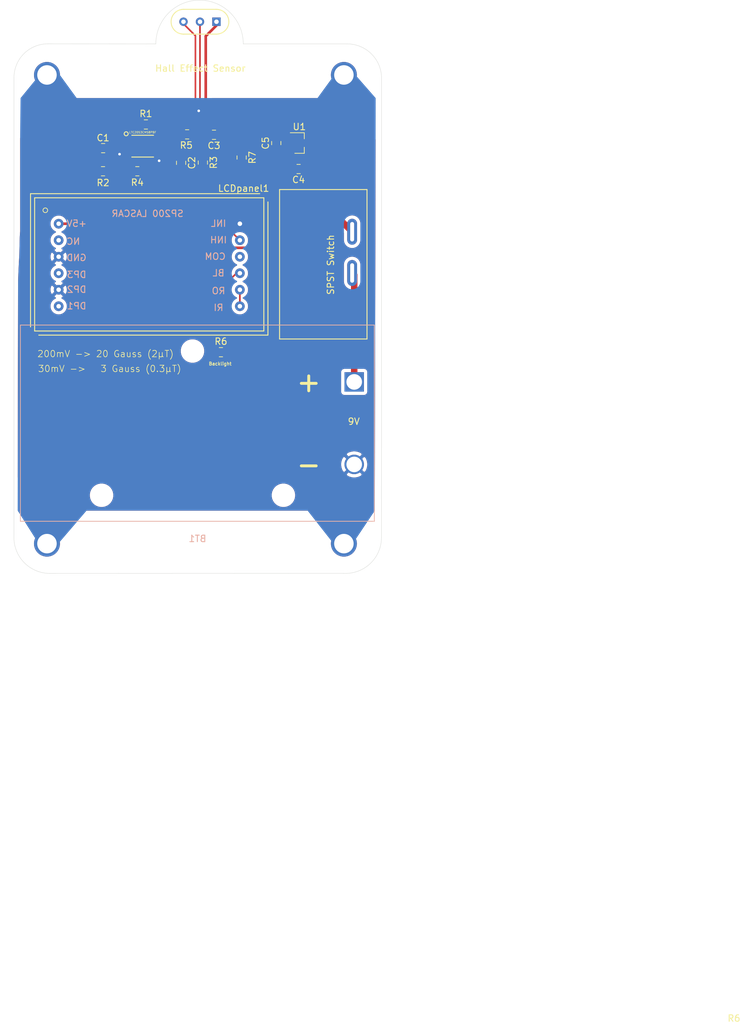
<source format=kicad_pcb>
(kicad_pcb (version 20171130) (host pcbnew "(5.1.0)-1")

  (general
    (thickness 1.6)
    (drawings 28)
    (tracks 102)
    (zones 0)
    (modules 23)
    (nets 16)
  )

  (page A4)
  (layers
    (0 F.Cu signal)
    (31 B.Cu signal)
    (32 B.Adhes user)
    (33 F.Adhes user)
    (34 B.Paste user)
    (35 F.Paste user)
    (36 B.SilkS user)
    (37 F.SilkS user)
    (38 B.Mask user)
    (39 F.Mask user)
    (40 Dwgs.User user)
    (41 Cmts.User user)
    (42 Eco1.User user)
    (43 Eco2.User user)
    (44 Edge.Cuts user)
    (45 Margin user)
    (46 B.CrtYd user)
    (47 F.CrtYd user)
    (48 B.Fab user)
    (49 F.Fab user)
  )

  (setup
    (last_trace_width 1)
    (user_trace_width 0.4)
    (user_trace_width 1)
    (trace_clearance 0.2)
    (zone_clearance 0.508)
    (zone_45_only no)
    (trace_min 0.2)
    (via_size 0.8)
    (via_drill 0.4)
    (via_min_size 0.4)
    (via_min_drill 0.3)
    (uvia_size 0.3)
    (uvia_drill 0.1)
    (uvias_allowed no)
    (uvia_min_size 0.2)
    (uvia_min_drill 0.1)
    (edge_width 0.05)
    (segment_width 0.2)
    (pcb_text_width 0.3)
    (pcb_text_size 1.5 1.5)
    (mod_edge_width 0.12)
    (mod_text_size 1 1)
    (mod_text_width 0.15)
    (pad_size 4 4)
    (pad_drill 3)
    (pad_to_mask_clearance 0.051)
    (solder_mask_min_width 0.25)
    (aux_axis_origin 0 0)
    (visible_elements 7FFFFFFF)
    (pcbplotparams
      (layerselection 0x010fc_ffffffff)
      (usegerberextensions false)
      (usegerberattributes false)
      (usegerberadvancedattributes false)
      (creategerberjobfile false)
      (excludeedgelayer true)
      (linewidth 0.100000)
      (plotframeref false)
      (viasonmask false)
      (mode 1)
      (useauxorigin false)
      (hpglpennumber 1)
      (hpglpenspeed 20)
      (hpglpendiameter 15.000000)
      (psnegative false)
      (psa4output false)
      (plotreference true)
      (plotvalue true)
      (plotinvisibletext false)
      (padsonsilk false)
      (subtractmaskfromsilk false)
      (outputformat 1)
      (mirror false)
      (drillshape 1)
      (scaleselection 1)
      (outputdirectory ""))
  )

  (net 0 "")
  (net 1 GND)
  (net 2 "Net-(C1-Pad1)")
  (net 3 "Net-(C2-Pad2)")
  (net 4 "Net-(C2-Pad1)")
  (net 5 +5V)
  (net 6 "Net-(LCDpanel1-Pad2)")
  (net 7 "Net-(LCDpanel1-Pad4)")
  (net 8 "Net-(LCDpanel1-Pad6)")
  (net 9 "Net-(LCDpanel1-Pad7)")
  (net 10 "Net-(C3-Pad1)")
  (net 11 "Net-(DifferentialAmp,Gain=4-Pad3)")
  (net 12 "Net-(BT1-Pad1)")
  (net 13 "Net-(C4-Pad1)")
  (net 14 "Net-(LCDpanel1-Pad9)")
  (net 15 "Net-(LCDpanel1-Pad10)")

  (net_class Default "This is the default net class."
    (clearance 0.2)
    (trace_width 0.25)
    (via_dia 0.8)
    (via_drill 0.4)
    (uvia_dia 0.3)
    (uvia_drill 0.1)
    (add_net +5V)
    (add_net GND)
    (add_net "Net-(BT1-Pad1)")
    (add_net "Net-(C1-Pad1)")
    (add_net "Net-(C2-Pad1)")
    (add_net "Net-(C2-Pad2)")
    (add_net "Net-(C3-Pad1)")
    (add_net "Net-(C4-Pad1)")
    (add_net "Net-(DifferentialAmp,Gain=4-Pad3)")
    (add_net "Net-(LCDpanel1-Pad10)")
    (add_net "Net-(LCDpanel1-Pad2)")
    (add_net "Net-(LCDpanel1-Pad4)")
    (add_net "Net-(LCDpanel1-Pad6)")
    (add_net "Net-(LCDpanel1-Pad7)")
    (add_net "Net-(LCDpanel1-Pad9)")
  )

  (module library:SwitchONOFF (layer F.Cu) (tedit 5CD04B25) (tstamp 5CCCCB85)
    (at 112.776 115.824 90)
    (path /5CCF46B0)
    (fp_text reference "SPST Switch" (at 11.43 -5.588 90) (layer F.SilkS)
      (effects (font (size 1 1) (thickness 0.15)))
    )
    (fp_text value SW_SPST (at 11.43 -7.62 90) (layer F.Fab)
      (effects (font (size 1 1) (thickness 0.15)))
    )
    (fp_line (start 0 0) (end 23 0) (layer F.SilkS) (width 0.15))
    (fp_line (start 0 -13.46) (end 23 -13.46) (layer F.SilkS) (width 0.15))
    (fp_line (start 0 -13.46) (end 0 0) (layer F.SilkS) (width 0.15))
    (fp_line (start 23 -13.46) (end 23 0) (layer F.SilkS) (width 0.15))
    (pad 1 thru_hole oval (at 10.16 -2.286 90) (size 4 1.524) (drill oval 3 0.6) (layers *.Cu *.Mask)
      (net 12 "Net-(BT1-Pad1)"))
    (pad 2 thru_hole oval (at 16.51 -2.286 90) (size 4 1.524) (drill oval 3 0.6) (layers *.Cu *.Mask)
      (net 13 "Net-(C4-Pad1)"))
  )

  (module Connector:Banana_Jack_1Pin (layer F.Cu) (tedit 5CD04DCC) (tstamp 5CD0CC82)
    (at 109.22 75.184)
    (descr "Single banana socket, footprint - 6mm drill")
    (tags "banana socket")
    (zone_connect 2)
    (fp_text reference REF** (at 0 3.556) (layer Dwgs.User)
      (effects (font (size 1 1) (thickness 0.15)))
    )
    (fp_text value Banana_Jack_1Pin (at -0.25 6.5) (layer F.Fab)
      (effects (font (size 1 1) (thickness 0.15)))
    )
    (fp_text user %R (at 0 0) (layer F.Fab)
      (effects (font (size 0.8 0.8) (thickness 0.12)))
    )
    (fp_circle (center 0 0) (end 2 0) (layer F.Fab) (width 0.1))
    (pad 1 thru_hole circle (at 0 0) (size 4 4) (drill 3) (layers *.Cu *.Mask)
      (net 1 GND) (zone_connect 2))
    (model ${KISYS3DMOD}/Connector.3dshapes/Banana_Jack_1Pin.wrl
      (at (xyz 0 0 0))
      (scale (xyz 2 2 2))
      (rotate (xyz 0 0 0))
    )
  )

  (module Connector:Banana_Jack_1Pin (layer F.Cu) (tedit 5CD04E22) (tstamp 5CD0BD45)
    (at 109.22 147.32)
    (descr "Single banana socket, footprint - 6mm drill")
    (tags "banana socket")
    (fp_text reference REF** (at 0 -3.175) (layer Dwgs.User)
      (effects (font (size 1 1) (thickness 0.15)))
    )
    (fp_text value "drill 2mm" (at 0 3.175) (layer F.Fab)
      (effects (font (size 1 1) (thickness 0.15)))
    )
    (fp_circle (center 0 0) (end 2 0) (layer F.Fab) (width 0.1))
    (fp_text user %R (at 0 0) (layer F.Fab)
      (effects (font (size 0.8 0.8) (thickness 0.12)))
    )
    (pad 1 thru_hole circle (at 0 0) (size 4 4) (drill 3) (layers *.Cu *.Mask)
      (net 1 GND) (zone_connect 2))
    (model ${KISYS3DMOD}/Connector.3dshapes/Banana_Jack_1Pin.wrl
      (at (xyz 0 0 0))
      (scale (xyz 2 2 2))
      (rotate (xyz 0 0 0))
    )
  )

  (module Connector:Banana_Jack_1Pin (layer F.Cu) (tedit 5CD04E2B) (tstamp 5CD0BD69)
    (at 63.5 147.32)
    (descr "Single banana socket, footprint - 6mm drill")
    (tags "banana socket")
    (fp_text reference REF** (at 0 2.54) (layer Dwgs.User)
      (effects (font (size 1 1) (thickness 0.15)))
    )
    (fp_text value Banana_Jack_1Pin (at -0.25 6.5) (layer F.Fab)
      (effects (font (size 1 1) (thickness 0.15)))
    )
    (fp_text user %R (at 0 0) (layer F.Fab)
      (effects (font (size 0.8 0.8) (thickness 0.12)))
    )
    (fp_circle (center 0 0) (end 2 0) (layer F.Fab) (width 0.1))
    (pad 1 thru_hole circle (at 0 0) (size 4 4) (drill 3) (layers *.Cu *.Mask)
      (net 1 GND) (zone_connect 2))
    (model ${KISYS3DMOD}/Connector.3dshapes/Banana_Jack_1Pin.wrl
      (at (xyz 0 0 0))
      (scale (xyz 2 2 2))
      (rotate (xyz 0 0 0))
    )
  )

  (module Connector:Banana_Jack_1Pin (layer F.Cu) (tedit 5CD04D69) (tstamp 5CD0BBBE)
    (at 63.5 75.184)
    (descr "Single banana socket, footprint - 6mm drill")
    (tags "banana socket")
    (fp_text reference REF** (at 0 3.556) (layer Dwgs.User)
      (effects (font (size 1 1) (thickness 0.15)))
    )
    (fp_text value Banana_Jack_1Pin (at -0.25 6.5) (layer F.Fab)
      (effects (font (size 1 1) (thickness 0.15)))
    )
    (fp_circle (center 0 0) (end 2 0) (layer F.Fab) (width 0.1))
    (fp_text user %R (at 0 0) (layer F.Fab)
      (effects (font (size 0.8 0.8) (thickness 0.12)))
    )
    (pad 1 thru_hole circle (at 0 0) (size 4 4) (drill 3) (layers *.Cu *.Mask)
      (net 1 GND) (zone_connect 2))
    (model ${KISYS3DMOD}/Connector.3dshapes/Banana_Jack_1Pin.wrl
      (at (xyz 0 0 0))
      (scale (xyz 2 2 2))
      (rotate (xyz 0 0 0))
    )
  )

  (module "" (layer F.Cu) (tedit 0) (tstamp 0)
    (at 90.424 115.824)
    (fp_text reference "" (at 79.2512 104.4324) (layer F.SilkS)
      (effects (font (size 1.27 1.27) (thickness 0.15)))
    )
    (fp_text value "" (at 79.2512 104.4324) (layer F.SilkS)
      (effects (font (size 1.27 1.27) (thickness 0.15)))
    )
    (fp_text user R6 (at 78.8612 104.5604) (layer F.SilkS)
      (effects (font (size 1 1) (thickness 0.15)))
    )
  )

  (module "Library:Display - SP200" (layer F.Cu) (tedit 5CD04852) (tstamp 5CCC4A2F)
    (at 79.2512 104.4324)
    (path /5CCC1B18)
    (fp_text reference LCDpanel1 (at 14.5288 -11.7856) (layer F.SilkS)
      (effects (font (size 1 1) (thickness 0.15)))
    )
    (fp_text value CC56-12CGKWA (at -0.254 0.2032) (layer F.Fab)
      (effects (font (size 1 1) (thickness 0.15)))
    )
    (fp_line (start -18.285 9.525) (end -18.285 -10.975) (layer F.SilkS) (width 0.15))
    (fp_line (start 17.005 -10.975) (end -18.285 -10.975) (layer F.SilkS) (width 0.15))
    (fp_line (start 18.275 10.795) (end -17.015 10.795) (layer F.SilkS) (width 0.15))
    (fp_line (start 18.275 10.795) (end 18.275 -9.705) (layer F.SilkS) (width 0.15))
    (fp_line (start 17.64 10.16) (end -17.65 10.16) (layer F.SilkS) (width 0.15))
    (fp_line (start -17.65 10.16) (end -17.65 -10.34) (layer F.SilkS) (width 0.15))
    (fp_line (start 17.64 10.16) (end 17.64 -10.34) (layer F.SilkS) (width 0.15))
    (fp_line (start 17.64 -10.34) (end -17.65 -10.34) (layer F.SilkS) (width 0.15))
    (fp_text user %R (at 8.128 6.604 180) (layer F.Fab)
      (effects (font (size 1 1) (thickness 0.15)))
    )
    (pad 1 thru_hole circle (at -13.95 -6.35 180) (size 1.5 1.5) (drill 0.7) (layers *.Cu *.Mask)
      (net 5 +5V))
    (pad 2 thru_hole circle (at -13.95 -3.81 180) (size 1.5 1.5) (drill 0.7) (layers *.Cu *.Mask)
      (net 6 "Net-(LCDpanel1-Pad2)"))
    (pad 3 thru_hole circle (at -13.95 -1.27 180) (size 1.5 1.5) (drill 0.7) (layers *.Cu *.Mask)
      (net 1 GND))
    (pad 4 thru_hole circle (at -13.95 1.27 180) (size 1.5 1.5) (drill 0.7) (layers *.Cu *.Mask)
      (net 7 "Net-(LCDpanel1-Pad4)"))
    (pad 5 thru_hole circle (at -13.95 3.81 180) (size 1.5 1.5) (drill 0.7) (layers *.Cu *.Mask)
      (net 1 GND))
    (pad 6 thru_hole circle (at -13.95 6.35 180) (size 1.5 1.5) (drill 0.7) (layers *.Cu *.Mask)
      (net 8 "Net-(LCDpanel1-Pad6)"))
    (pad 7 thru_hole circle (at 13.95 6.35) (size 1.5 1.5) (drill 0.7) (layers *.Cu *.Mask)
      (net 9 "Net-(LCDpanel1-Pad7)"))
    (pad 8 thru_hole circle (at 13.95 3.81) (size 1.5 1.5) (drill 0.7) (layers *.Cu *.Mask)
      (net 9 "Net-(LCDpanel1-Pad7)"))
    (pad 9 thru_hole circle (at 13.95 1.27) (size 1.5 1.5) (drill 0.7) (layers *.Cu *.Mask)
      (net 14 "Net-(LCDpanel1-Pad9)"))
    (pad 10 thru_hole circle (at 13.95 -1.27 180) (size 1.5 1.5) (drill 0.7) (layers *.Cu *.Mask)
      (net 15 "Net-(LCDpanel1-Pad10)"))
    (pad 11 thru_hole circle (at 13.95 -3.81) (size 1.5 1.5) (drill 0.7) (layers *.Cu *.Mask)
      (net 10 "Net-(C3-Pad1)"))
    (pad 12 thru_hole circle (at 13.95 -6.35) (size 1.5 1.5) (drill 0.7) (layers *.Cu *.Mask)
      (net 1 GND) (zone_connect 2))
  )

  (module Capacitor_SMD:C_0805_2012Metric_Pad1.15x1.40mm_HandSolder (layer F.Cu) (tedit 5B36C52B) (tstamp 5CCCF1D8)
    (at 98.806 85.6705 90)
    (descr "Capacitor SMD 0805 (2012 Metric), square (rectangular) end terminal, IPC_7351 nominal with elongated pad for handsoldering. (Body size source: https://docs.google.com/spreadsheets/d/1BsfQQcO9C6DZCsRaXUlFlo91Tg2WpOkGARC1WS5S8t0/edit?usp=sharing), generated with kicad-footprint-generator")
    (tags "capacitor handsolder")
    (path /5CD28773)
    (attr smd)
    (fp_text reference C5 (at 0 -1.65 90) (layer F.SilkS)
      (effects (font (size 1 1) (thickness 0.15)))
    )
    (fp_text value 0.1uF (at 0 1.65 90) (layer F.Fab)
      (effects (font (size 1 1) (thickness 0.15)))
    )
    (fp_line (start -1 0.6) (end -1 -0.6) (layer F.Fab) (width 0.1))
    (fp_line (start -1 -0.6) (end 1 -0.6) (layer F.Fab) (width 0.1))
    (fp_line (start 1 -0.6) (end 1 0.6) (layer F.Fab) (width 0.1))
    (fp_line (start 1 0.6) (end -1 0.6) (layer F.Fab) (width 0.1))
    (fp_line (start -0.261252 -0.71) (end 0.261252 -0.71) (layer F.SilkS) (width 0.12))
    (fp_line (start -0.261252 0.71) (end 0.261252 0.71) (layer F.SilkS) (width 0.12))
    (fp_line (start -1.85 0.95) (end -1.85 -0.95) (layer F.CrtYd) (width 0.05))
    (fp_line (start -1.85 -0.95) (end 1.85 -0.95) (layer F.CrtYd) (width 0.05))
    (fp_line (start 1.85 -0.95) (end 1.85 0.95) (layer F.CrtYd) (width 0.05))
    (fp_line (start 1.85 0.95) (end -1.85 0.95) (layer F.CrtYd) (width 0.05))
    (fp_text user %R (at -0.0545 0 90) (layer F.Fab)
      (effects (font (size 0.5 0.5) (thickness 0.08)))
    )
    (pad 1 smd roundrect (at -1.025 0 90) (size 1.15 1.4) (layers F.Cu F.Paste F.Mask) (roundrect_rratio 0.217391)
      (net 5 +5V))
    (pad 2 smd roundrect (at 1.025 0 90) (size 1.15 1.4) (layers F.Cu F.Paste F.Mask) (roundrect_rratio 0.217391)
      (net 1 GND))
    (model ${KISYS3DMOD}/Capacitor_SMD.3dshapes/C_0805_2012Metric.wrl
      (at (xyz 0 0 0))
      (scale (xyz 1 1 1))
      (rotate (xyz 0 0 0))
    )
  )

  (module MSOP-8_MS (layer F.Cu) (tedit 5CCC0B99) (tstamp 5CCC4A0E)
    (at 78.2352 86.1444)
    (path /5CCC625D)
    (attr smd)
    (fp_text reference DifferentialAmp,Gain=4 (at 0.0508 -2.8448) (layer F.SilkS) hide
      (effects (font (size 0.314961 0.314961) (thickness 0.05)))
    )
    (fp_text value LTC2053CMS8PBF (at 0 -2.1336) (layer F.SilkS)
      (effects (font (size 0.314961 0.314961) (thickness 0.05)))
    )
    (fp_line (start -1.5494 -0.7874) (end -1.5494 -1.1684) (layer Eco2.User) (width 0.1524))
    (fp_line (start -1.5494 -1.1684) (end -2.54 -1.1684) (layer Eco2.User) (width 0.1524))
    (fp_line (start -2.54 -1.1684) (end -2.54 -0.7874) (layer Eco2.User) (width 0.1524))
    (fp_line (start -2.54 -0.7874) (end -1.5494 -0.7874) (layer Eco2.User) (width 0.1524))
    (fp_line (start -1.5494 -0.127) (end -1.5494 -0.508) (layer Eco2.User) (width 0.1524))
    (fp_line (start -1.5494 -0.508) (end -2.54 -0.508) (layer Eco2.User) (width 0.1524))
    (fp_line (start -2.54 -0.508) (end -2.54 -0.127) (layer Eco2.User) (width 0.1524))
    (fp_line (start -2.54 -0.127) (end -1.5494 -0.127) (layer Eco2.User) (width 0.1524))
    (fp_line (start -1.5494 0.508) (end -1.5494 0.127) (layer Eco2.User) (width 0.1524))
    (fp_line (start -1.5494 0.127) (end -2.54 0.127) (layer Eco2.User) (width 0.1524))
    (fp_line (start -2.54 0.127) (end -2.54 0.508) (layer Eco2.User) (width 0.1524))
    (fp_line (start -2.54 0.508) (end -1.5494 0.508) (layer Eco2.User) (width 0.1524))
    (fp_line (start -1.5494 1.1684) (end -1.5494 0.7874) (layer Eco2.User) (width 0.1524))
    (fp_line (start -1.5494 0.7874) (end -2.54 0.7874) (layer Eco2.User) (width 0.1524))
    (fp_line (start -2.54 0.7874) (end -2.54 1.1684) (layer Eco2.User) (width 0.1524))
    (fp_line (start -2.54 1.1684) (end -1.5494 1.1684) (layer Eco2.User) (width 0.1524))
    (fp_line (start 1.5494 0.7874) (end 1.5494 1.1684) (layer Eco2.User) (width 0.1524))
    (fp_line (start 1.5494 1.1684) (end 2.54 1.1684) (layer Eco2.User) (width 0.1524))
    (fp_line (start 2.54 1.1684) (end 2.54 0.7874) (layer Eco2.User) (width 0.1524))
    (fp_line (start 2.54 0.7874) (end 1.5494 0.7874) (layer Eco2.User) (width 0.1524))
    (fp_line (start 1.5494 0.127) (end 1.5494 0.508) (layer Eco2.User) (width 0.1524))
    (fp_line (start 1.5494 0.508) (end 2.54 0.508) (layer Eco2.User) (width 0.1524))
    (fp_line (start 2.54 0.508) (end 2.54 0.127) (layer Eco2.User) (width 0.1524))
    (fp_line (start 2.54 0.127) (end 1.5494 0.127) (layer Eco2.User) (width 0.1524))
    (fp_line (start 1.5494 -0.508) (end 1.5494 -0.127) (layer Eco2.User) (width 0.1524))
    (fp_line (start 1.5494 -0.127) (end 2.54 -0.127) (layer Eco2.User) (width 0.1524))
    (fp_line (start 2.54 -0.127) (end 2.54 -0.508) (layer Eco2.User) (width 0.1524))
    (fp_line (start 2.54 -0.508) (end 1.5494 -0.508) (layer Eco2.User) (width 0.1524))
    (fp_line (start 1.5494 -1.1684) (end 1.5494 -0.7874) (layer Eco2.User) (width 0.1524))
    (fp_line (start 1.5494 -0.7874) (end 2.54 -0.7874) (layer Eco2.User) (width 0.1524))
    (fp_line (start 2.54 -0.7874) (end 2.54 -1.1684) (layer Eco2.User) (width 0.1524))
    (fp_line (start 2.54 -1.1684) (end 1.5494 -1.1684) (layer Eco2.User) (width 0.1524))
    (fp_line (start -1.5494 1.5494) (end 1.5494 1.5494) (layer Eco2.User) (width 0.1524))
    (fp_line (start 1.5494 1.5494) (end 1.5494 -1.5494) (layer Eco2.User) (width 0.1524))
    (fp_line (start 1.5494 -1.5494) (end 0.3048 -1.5494) (layer Eco2.User) (width 0.1524))
    (fp_line (start 0.3048 -1.5494) (end -0.3048 -1.5494) (layer Eco2.User) (width 0.1524))
    (fp_line (start -0.3048 -1.5494) (end -1.5494 -1.5494) (layer Eco2.User) (width 0.1524))
    (fp_line (start -1.5494 -1.5494) (end -1.5494 1.5494) (layer Eco2.User) (width 0.1524))
    (fp_arc (start 0 -1.5494) (end -0.3048 -1.5494) (angle -180) (layer Eco2.User) (width 0.1524))
    (fp_line (start -1.6764 1.6764) (end 1.6764 1.6764) (layer F.SilkS) (width 0.1524))
    (fp_line (start 1.6764 -1.6764) (end -1.6764 -1.6764) (layer F.SilkS) (width 0.1524))
    (fp_circle (center -2.54 -1.905) (end -2.321954 -1.688504) (layer F.SilkS) (width 0.15))
    (pad 1 smd rect (at -2.2098 -0.975) (size 1.397 0.4318) (layers F.Cu F.Paste F.Mask)
      (net 1 GND))
    (pad 2 smd rect (at -2.2098 -0.325) (size 1.397 0.4318) (layers F.Cu F.Paste F.Mask)
      (net 2 "Net-(C1-Pad1)"))
    (pad 3 smd rect (at -2.2098 0.325) (size 1.397 0.4318) (layers F.Cu F.Paste F.Mask)
      (net 11 "Net-(DifferentialAmp,Gain=4-Pad3)"))
    (pad 4 smd rect (at -2.2098 0.975) (size 1.397 0.4318) (layers F.Cu F.Paste F.Mask)
      (net 1 GND))
    (pad 5 smd rect (at 2.2098 0.975) (size 1.397 0.4318) (layers F.Cu F.Paste F.Mask)
      (net 1 GND))
    (pad 6 smd rect (at 2.2098 0.325) (size 1.397 0.4318) (layers F.Cu F.Paste F.Mask)
      (net 3 "Net-(C2-Pad2)"))
    (pad 7 smd rect (at 2.2098 -0.325) (size 1.397 0.4318) (layers F.Cu F.Paste F.Mask)
      (net 4 "Net-(C2-Pad1)"))
    (pad 8 smd rect (at 2.2098 -0.975) (size 1.397 0.4318) (layers F.Cu F.Paste F.Mask)
      (net 5 +5V))
  )

  (module Package_SIP:SIP3_11.6x8.5mm (layer F.Cu) (tedit 5CCC0F66) (tstamp 5CCC8DD8)
    (at 89.5985 66.9925 180)
    (descr RECOM,R78EXX,https://www.recom-power.com/pdf/Innoline/R-78Exx-0.5.pdf)
    (tags "SIP3 Regulator Module")
    (path /5CCC2E66)
    (fp_text reference "Hall Effect Sensor" (at 2.4765 -7.1755) (layer F.SilkS)
      (effects (font (size 1 1) (thickness 0.15)))
    )
    (fp_text value SS495A (at 2.54 -5.9055) (layer F.Fab)
      (effects (font (size 1 1) (thickness 0.15)))
    )
    (fp_arc (start 0 0) (end 0 -1.905) (angle -180) (layer F.SilkS) (width 0.15))
    (fp_arc (start 5.08 0) (end 5.08 1.905) (angle -180) (layer F.SilkS) (width 0.15))
    (fp_line (start 0 -1.905) (end 5.08 -1.905) (layer F.SilkS) (width 0.15))
    (fp_line (start 5.08 1.905) (end 0 1.905) (layer F.SilkS) (width 0.15))
    (pad 3 thru_hole circle (at 5.08 0 90) (size 1.3 1.3) (drill 0.7) (layers *.Cu *.Mask)
      (net 11 "Net-(DifferentialAmp,Gain=4-Pad3)"))
    (pad 1 thru_hole rect (at 0 0 90) (size 1.3 1.3) (drill 0.7) (layers *.Cu *.Mask)
      (net 5 +5V))
    (pad 2 thru_hole circle (at 2.54 0) (size 1.3 1.3) (drill 0.7) (layers *.Cu *.Mask)
      (net 1 GND))
    (model ${KISYS3DMOD}/Package_SIP.3dshapes/SIP3_11.6x8.5mm.wrl
      (at (xyz 0 0 0))
      (scale (xyz 1 1 1))
      (rotate (xyz 0 0 0))
    )
  )

  (module Capacitor_SMD:C_0805_2012Metric_Pad1.15x1.40mm_HandSolder (layer F.Cu) (tedit 5B36C52B) (tstamp 5CCC5045)
    (at 72.1482 86.4492 180)
    (descr "Capacitor SMD 0805 (2012 Metric), square (rectangular) end terminal, IPC_7351 nominal with elongated pad for handsoldering. (Body size source: https://docs.google.com/spreadsheets/d/1BsfQQcO9C6DZCsRaXUlFlo91Tg2WpOkGARC1WS5S8t0/edit?usp=sharing), generated with kicad-footprint-generator")
    (tags "capacitor handsolder")
    (path /5CD12F6E)
    (attr smd)
    (fp_text reference C1 (at 0.009 1.5748 180) (layer F.SilkS)
      (effects (font (size 1 1) (thickness 0.15)))
    )
    (fp_text value 0.1uF (at 0 1.65 180) (layer F.Fab)
      (effects (font (size 1 1) (thickness 0.15)))
    )
    (fp_text user %R (at 0.0508 0.0508 180) (layer F.Fab)
      (effects (font (size 0.5 0.5) (thickness 0.08)))
    )
    (fp_line (start 1.85 0.95) (end -1.85 0.95) (layer F.CrtYd) (width 0.05))
    (fp_line (start 1.85 -0.95) (end 1.85 0.95) (layer F.CrtYd) (width 0.05))
    (fp_line (start -1.85 -0.95) (end 1.85 -0.95) (layer F.CrtYd) (width 0.05))
    (fp_line (start -1.85 0.95) (end -1.85 -0.95) (layer F.CrtYd) (width 0.05))
    (fp_line (start -0.261252 0.71) (end 0.261252 0.71) (layer F.SilkS) (width 0.12))
    (fp_line (start -0.261252 -0.71) (end 0.261252 -0.71) (layer F.SilkS) (width 0.12))
    (fp_line (start 1 0.6) (end -1 0.6) (layer F.Fab) (width 0.1))
    (fp_line (start 1 -0.6) (end 1 0.6) (layer F.Fab) (width 0.1))
    (fp_line (start -1 -0.6) (end 1 -0.6) (layer F.Fab) (width 0.1))
    (fp_line (start -1 0.6) (end -1 -0.6) (layer F.Fab) (width 0.1))
    (pad 2 smd roundrect (at 1.025 0 180) (size 1.15 1.4) (layers F.Cu F.Paste F.Mask) (roundrect_rratio 0.217391)
      (net 1 GND))
    (pad 1 smd roundrect (at -1.025 0 180) (size 1.15 1.4) (layers F.Cu F.Paste F.Mask) (roundrect_rratio 0.217391)
      (net 2 "Net-(C1-Pad1)"))
    (model ${KISYS3DMOD}/Capacitor_SMD.3dshapes/C_0805_2012Metric.wrl
      (at (xyz 0 0 0))
      (scale (xyz 1 1 1))
      (rotate (xyz 0 0 0))
    )
  )

  (module Capacitor_SMD:C_0805_2012Metric_Pad1.15x1.40mm_HandSolder (layer F.Cu) (tedit 5B36C52B) (tstamp 5CCC5056)
    (at 84.1534 88.7098 270)
    (descr "Capacitor SMD 0805 (2012 Metric), square (rectangular) end terminal, IPC_7351 nominal with elongated pad for handsoldering. (Body size source: https://docs.google.com/spreadsheets/d/1BsfQQcO9C6DZCsRaXUlFlo91Tg2WpOkGARC1WS5S8t0/edit?usp=sharing), generated with kicad-footprint-generator")
    (tags "capacitor handsolder")
    (path /5CD22B71)
    (attr smd)
    (fp_text reference C2 (at 0 -1.65 270) (layer F.SilkS)
      (effects (font (size 1 1) (thickness 0.15)))
    )
    (fp_text value 0.1uF (at 0 1.65 270) (layer F.Fab)
      (effects (font (size 1 1) (thickness 0.15)))
    )
    (fp_line (start -1 0.6) (end -1 -0.6) (layer F.Fab) (width 0.1))
    (fp_line (start -1 -0.6) (end 1 -0.6) (layer F.Fab) (width 0.1))
    (fp_line (start 1 -0.6) (end 1 0.6) (layer F.Fab) (width 0.1))
    (fp_line (start 1 0.6) (end -1 0.6) (layer F.Fab) (width 0.1))
    (fp_line (start -0.261252 -0.71) (end 0.261252 -0.71) (layer F.SilkS) (width 0.12))
    (fp_line (start -0.261252 0.71) (end 0.261252 0.71) (layer F.SilkS) (width 0.12))
    (fp_line (start -1.85 0.95) (end -1.85 -0.95) (layer F.CrtYd) (width 0.05))
    (fp_line (start -1.85 -0.95) (end 1.85 -0.95) (layer F.CrtYd) (width 0.05))
    (fp_line (start 1.85 -0.95) (end 1.85 0.95) (layer F.CrtYd) (width 0.05))
    (fp_line (start 1.85 0.95) (end -1.85 0.95) (layer F.CrtYd) (width 0.05))
    (fp_text user %R (at 0 0 270) (layer F.Fab)
      (effects (font (size 0.5 0.5) (thickness 0.08)))
    )
    (pad 1 smd roundrect (at -1.025 0 270) (size 1.15 1.4) (layers F.Cu F.Paste F.Mask) (roundrect_rratio 0.217391)
      (net 4 "Net-(C2-Pad1)"))
    (pad 2 smd roundrect (at 1.025 0 270) (size 1.15 1.4) (layers F.Cu F.Paste F.Mask) (roundrect_rratio 0.217391)
      (net 3 "Net-(C2-Pad2)"))
    (model ${KISYS3DMOD}/Capacitor_SMD.3dshapes/C_0805_2012Metric.wrl
      (at (xyz 0 0 0))
      (scale (xyz 1 1 1))
      (rotate (xyz 0 0 0))
    )
  )

  (module Capacitor_SMD:C_0805_2012Metric_Pad1.15x1.40mm_HandSolder (layer F.Cu) (tedit 5B36C52B) (tstamp 5CCC5067)
    (at 89.2175 84.3915)
    (descr "Capacitor SMD 0805 (2012 Metric), square (rectangular) end terminal, IPC_7351 nominal with elongated pad for handsoldering. (Body size source: https://docs.google.com/spreadsheets/d/1BsfQQcO9C6DZCsRaXUlFlo91Tg2WpOkGARC1WS5S8t0/edit?usp=sharing), generated with kicad-footprint-generator")
    (tags "capacitor handsolder")
    (path /5CD0AFFE)
    (attr smd)
    (fp_text reference C3 (at 0 1.6764) (layer F.SilkS)
      (effects (font (size 1 1) (thickness 0.15)))
    )
    (fp_text value 0.1uF (at 0 1.65) (layer F.Fab)
      (effects (font (size 1 1) (thickness 0.15)))
    )
    (fp_line (start -1 0.6) (end -1 -0.6) (layer F.Fab) (width 0.1))
    (fp_line (start -1 -0.6) (end 1 -0.6) (layer F.Fab) (width 0.1))
    (fp_line (start 1 -0.6) (end 1 0.6) (layer F.Fab) (width 0.1))
    (fp_line (start 1 0.6) (end -1 0.6) (layer F.Fab) (width 0.1))
    (fp_line (start -0.261252 -0.71) (end 0.261252 -0.71) (layer F.SilkS) (width 0.12))
    (fp_line (start -0.261252 0.71) (end 0.261252 0.71) (layer F.SilkS) (width 0.12))
    (fp_line (start -1.85 0.95) (end -1.85 -0.95) (layer F.CrtYd) (width 0.05))
    (fp_line (start -1.85 -0.95) (end 1.85 -0.95) (layer F.CrtYd) (width 0.05))
    (fp_line (start 1.85 -0.95) (end 1.85 0.95) (layer F.CrtYd) (width 0.05))
    (fp_line (start 1.85 0.95) (end -1.85 0.95) (layer F.CrtYd) (width 0.05))
    (fp_text user %R (at 0 0) (layer F.Fab)
      (effects (font (size 0.5 0.5) (thickness 0.08)))
    )
    (pad 1 smd roundrect (at -1.025 0) (size 1.15 1.4) (layers F.Cu F.Paste F.Mask) (roundrect_rratio 0.217391)
      (net 10 "Net-(C3-Pad1)"))
    (pad 2 smd roundrect (at 1.025 0) (size 1.15 1.4) (layers F.Cu F.Paste F.Mask) (roundrect_rratio 0.217391)
      (net 1 GND))
    (model ${KISYS3DMOD}/Capacitor_SMD.3dshapes/C_0805_2012Metric.wrl
      (at (xyz 0 0 0))
      (scale (xyz 1 1 1))
      (rotate (xyz 0 0 0))
    )
  )

  (module Resistor_SMD:R_0805_2012Metric_Pad1.15x1.40mm_HandSolder (layer F.Cu) (tedit 5B36C52B) (tstamp 5CCC5078)
    (at 78.731 82.804)
    (descr "Resistor SMD 0805 (2012 Metric), square (rectangular) end terminal, IPC_7351 nominal with elongated pad for handsoldering. (Body size source: https://docs.google.com/spreadsheets/d/1BsfQQcO9C6DZCsRaXUlFlo91Tg2WpOkGARC1WS5S8t0/edit?usp=sharing), generated with kicad-footprint-generator")
    (tags "resistor handsolder")
    (path /5CCC737F)
    (attr smd)
    (fp_text reference R1 (at 0 -1.65) (layer F.SilkS)
      (effects (font (size 1 1) (thickness 0.15)))
    )
    (fp_text value 10kΩ (at 0 1.65) (layer F.Fab)
      (effects (font (size 1 1) (thickness 0.15)))
    )
    (fp_text user %R (at 0 0) (layer F.Fab)
      (effects (font (size 0.5 0.5) (thickness 0.08)))
    )
    (fp_line (start 1.85 0.95) (end -1.85 0.95) (layer F.CrtYd) (width 0.05))
    (fp_line (start 1.85 -0.95) (end 1.85 0.95) (layer F.CrtYd) (width 0.05))
    (fp_line (start -1.85 -0.95) (end 1.85 -0.95) (layer F.CrtYd) (width 0.05))
    (fp_line (start -1.85 0.95) (end -1.85 -0.95) (layer F.CrtYd) (width 0.05))
    (fp_line (start -0.261252 0.71) (end 0.261252 0.71) (layer F.SilkS) (width 0.12))
    (fp_line (start -0.261252 -0.71) (end 0.261252 -0.71) (layer F.SilkS) (width 0.12))
    (fp_line (start 1 0.6) (end -1 0.6) (layer F.Fab) (width 0.1))
    (fp_line (start 1 -0.6) (end 1 0.6) (layer F.Fab) (width 0.1))
    (fp_line (start -1 -0.6) (end 1 -0.6) (layer F.Fab) (width 0.1))
    (fp_line (start -1 0.6) (end -1 -0.6) (layer F.Fab) (width 0.1))
    (pad 2 smd roundrect (at 1.025 0) (size 1.15 1.4) (layers F.Cu F.Paste F.Mask) (roundrect_rratio 0.217391)
      (net 5 +5V))
    (pad 1 smd roundrect (at -1.025 0) (size 1.15 1.4) (layers F.Cu F.Paste F.Mask) (roundrect_rratio 0.217391)
      (net 2 "Net-(C1-Pad1)"))
    (model ${KISYS3DMOD}/Resistor_SMD.3dshapes/R_0805_2012Metric.wrl
      (at (xyz 0 0 0))
      (scale (xyz 1 1 1))
      (rotate (xyz 0 0 0))
    )
  )

  (module Resistor_SMD:R_0805_2012Metric_Pad1.15x1.40mm_HandSolder (layer F.Cu) (tedit 5B36C52B) (tstamp 5CCC8A01)
    (at 72.1302 90.0052 180)
    (descr "Resistor SMD 0805 (2012 Metric), square (rectangular) end terminal, IPC_7351 nominal with elongated pad for handsoldering. (Body size source: https://docs.google.com/spreadsheets/d/1BsfQQcO9C6DZCsRaXUlFlo91Tg2WpOkGARC1WS5S8t0/edit?usp=sharing), generated with kicad-footprint-generator")
    (tags "resistor handsolder")
    (path /5CCC9A65)
    (attr smd)
    (fp_text reference R2 (at -0.009 -1.778 180) (layer F.SilkS)
      (effects (font (size 1 1) (thickness 0.15)))
    )
    (fp_text value 10kΩ (at 0 1.65 180) (layer F.Fab)
      (effects (font (size 1 1) (thickness 0.15)))
    )
    (fp_line (start -1 0.6) (end -1 -0.6) (layer F.Fab) (width 0.1))
    (fp_line (start -1 -0.6) (end 1 -0.6) (layer F.Fab) (width 0.1))
    (fp_line (start 1 -0.6) (end 1 0.6) (layer F.Fab) (width 0.1))
    (fp_line (start 1 0.6) (end -1 0.6) (layer F.Fab) (width 0.1))
    (fp_line (start -0.261252 -0.71) (end 0.261252 -0.71) (layer F.SilkS) (width 0.12))
    (fp_line (start -0.261252 0.71) (end 0.261252 0.71) (layer F.SilkS) (width 0.12))
    (fp_line (start -1.85 0.95) (end -1.85 -0.95) (layer F.CrtYd) (width 0.05))
    (fp_line (start -1.85 -0.95) (end 1.85 -0.95) (layer F.CrtYd) (width 0.05))
    (fp_line (start 1.85 -0.95) (end 1.85 0.95) (layer F.CrtYd) (width 0.05))
    (fp_line (start 1.85 0.95) (end -1.85 0.95) (layer F.CrtYd) (width 0.05))
    (fp_text user %R (at 0 0 180) (layer F.Fab)
      (effects (font (size 0.5 0.5) (thickness 0.08)))
    )
    (pad 1 smd roundrect (at -1.025 0 180) (size 1.15 1.4) (layers F.Cu F.Paste F.Mask) (roundrect_rratio 0.217391)
      (net 2 "Net-(C1-Pad1)"))
    (pad 2 smd roundrect (at 1.025 0 180) (size 1.15 1.4) (layers F.Cu F.Paste F.Mask) (roundrect_rratio 0.217391)
      (net 1 GND))
    (model ${KISYS3DMOD}/Resistor_SMD.3dshapes/R_0805_2012Metric.wrl
      (at (xyz 0 0 0))
      (scale (xyz 1 1 1))
      (rotate (xyz 0 0 0))
    )
  )

  (module Resistor_SMD:R_0805_2012Metric_Pad1.15x1.40mm_HandSolder (layer F.Cu) (tedit 5B36C52B) (tstamp 5CCC509A)
    (at 87.503 88.668 270)
    (descr "Resistor SMD 0805 (2012 Metric), square (rectangular) end terminal, IPC_7351 nominal with elongated pad for handsoldering. (Body size source: https://docs.google.com/spreadsheets/d/1BsfQQcO9C6DZCsRaXUlFlo91Tg2WpOkGARC1WS5S8t0/edit?usp=sharing), generated with kicad-footprint-generator")
    (tags "resistor handsolder")
    (path /5CCCA104)
    (attr smd)
    (fp_text reference R3 (at 0 -1.65 270) (layer F.SilkS)
      (effects (font (size 1 1) (thickness 0.15)))
    )
    (fp_text value 30kΩ (at 0 1.65 270) (layer F.Fab)
      (effects (font (size 1 1) (thickness 0.15)))
    )
    (fp_line (start -1 0.6) (end -1 -0.6) (layer F.Fab) (width 0.1))
    (fp_line (start -1 -0.6) (end 1 -0.6) (layer F.Fab) (width 0.1))
    (fp_line (start 1 -0.6) (end 1 0.6) (layer F.Fab) (width 0.1))
    (fp_line (start 1 0.6) (end -1 0.6) (layer F.Fab) (width 0.1))
    (fp_line (start -0.261252 -0.71) (end 0.261252 -0.71) (layer F.SilkS) (width 0.12))
    (fp_line (start -0.261252 0.71) (end 0.261252 0.71) (layer F.SilkS) (width 0.12))
    (fp_line (start -1.85 0.95) (end -1.85 -0.95) (layer F.CrtYd) (width 0.05))
    (fp_line (start -1.85 -0.95) (end 1.85 -0.95) (layer F.CrtYd) (width 0.05))
    (fp_line (start 1.85 -0.95) (end 1.85 0.95) (layer F.CrtYd) (width 0.05))
    (fp_line (start 1.85 0.95) (end -1.85 0.95) (layer F.CrtYd) (width 0.05))
    (fp_text user %R (at 0 0 270) (layer F.Fab)
      (effects (font (size 0.5 0.5) (thickness 0.08)))
    )
    (pad 1 smd roundrect (at -1.025 0 270) (size 1.15 1.4) (layers F.Cu F.Paste F.Mask) (roundrect_rratio 0.217391)
      (net 4 "Net-(C2-Pad1)"))
    (pad 2 smd roundrect (at 1.025 0 270) (size 1.15 1.4) (layers F.Cu F.Paste F.Mask) (roundrect_rratio 0.217391)
      (net 3 "Net-(C2-Pad2)"))
    (model ${KISYS3DMOD}/Resistor_SMD.3dshapes/R_0805_2012Metric.wrl
      (at (xyz 0 0 0))
      (scale (xyz 1 1 1))
      (rotate (xyz 0 0 0))
    )
  )

  (module Resistor_SMD:R_0805_2012Metric_Pad1.15x1.40mm_HandSolder (layer F.Cu) (tedit 5B36C52B) (tstamp 5CCC50AB)
    (at 77.4134 90.0052 180)
    (descr "Resistor SMD 0805 (2012 Metric), square (rectangular) end terminal, IPC_7351 nominal with elongated pad for handsoldering. (Body size source: https://docs.google.com/spreadsheets/d/1BsfQQcO9C6DZCsRaXUlFlo91Tg2WpOkGARC1WS5S8t0/edit?usp=sharing), generated with kicad-footprint-generator")
    (tags "resistor handsolder")
    (path /5CD00D1D)
    (attr smd)
    (fp_text reference R4 (at 0 -1.7272 180) (layer F.SilkS)
      (effects (font (size 1 1) (thickness 0.15)))
    )
    (fp_text value 10kΩ (at 0 1.65 180) (layer F.Fab)
      (effects (font (size 1 1) (thickness 0.15)))
    )
    (fp_text user %R (at 0 0 180) (layer F.Fab)
      (effects (font (size 0.5 0.5) (thickness 0.08)))
    )
    (fp_line (start 1.85 0.95) (end -1.85 0.95) (layer F.CrtYd) (width 0.05))
    (fp_line (start 1.85 -0.95) (end 1.85 0.95) (layer F.CrtYd) (width 0.05))
    (fp_line (start -1.85 -0.95) (end 1.85 -0.95) (layer F.CrtYd) (width 0.05))
    (fp_line (start -1.85 0.95) (end -1.85 -0.95) (layer F.CrtYd) (width 0.05))
    (fp_line (start -0.261252 0.71) (end 0.261252 0.71) (layer F.SilkS) (width 0.12))
    (fp_line (start -0.261252 -0.71) (end 0.261252 -0.71) (layer F.SilkS) (width 0.12))
    (fp_line (start 1 0.6) (end -1 0.6) (layer F.Fab) (width 0.1))
    (fp_line (start 1 -0.6) (end 1 0.6) (layer F.Fab) (width 0.1))
    (fp_line (start -1 -0.6) (end 1 -0.6) (layer F.Fab) (width 0.1))
    (fp_line (start -1 0.6) (end -1 -0.6) (layer F.Fab) (width 0.1))
    (pad 2 smd roundrect (at 1.025 0 180) (size 1.15 1.4) (layers F.Cu F.Paste F.Mask) (roundrect_rratio 0.217391)
      (net 1 GND))
    (pad 1 smd roundrect (at -1.025 0 180) (size 1.15 1.4) (layers F.Cu F.Paste F.Mask) (roundrect_rratio 0.217391)
      (net 3 "Net-(C2-Pad2)"))
    (model ${KISYS3DMOD}/Resistor_SMD.3dshapes/R_0805_2012Metric.wrl
      (at (xyz 0 0 0))
      (scale (xyz 1 1 1))
      (rotate (xyz 0 0 0))
    )
  )

  (module Resistor_SMD:R_0805_2012Metric_Pad1.15x1.40mm_HandSolder (layer F.Cu) (tedit 5B36C52B) (tstamp 5CCC50BC)
    (at 85.081 84.328 180)
    (descr "Resistor SMD 0805 (2012 Metric), square (rectangular) end terminal, IPC_7351 nominal with elongated pad for handsoldering. (Body size source: https://docs.google.com/spreadsheets/d/1BsfQQcO9C6DZCsRaXUlFlo91Tg2WpOkGARC1WS5S8t0/edit?usp=sharing), generated with kicad-footprint-generator")
    (tags "resistor handsolder")
    (path /5CD09C3B)
    (attr smd)
    (fp_text reference R5 (at 0.127 -1.6888 180) (layer F.SilkS)
      (effects (font (size 1 1) (thickness 0.15)))
    )
    (fp_text value R (at 0 1.65 180) (layer F.Fab)
      (effects (font (size 1 1) (thickness 0.15)))
    )
    (fp_text user %R (at 0.0418 0.1016 180) (layer F.Fab)
      (effects (font (size 0.5 0.5) (thickness 0.08)))
    )
    (fp_line (start 1.85 0.95) (end -1.85 0.95) (layer F.CrtYd) (width 0.05))
    (fp_line (start 1.85 -0.95) (end 1.85 0.95) (layer F.CrtYd) (width 0.05))
    (fp_line (start -1.85 -0.95) (end 1.85 -0.95) (layer F.CrtYd) (width 0.05))
    (fp_line (start -1.85 0.95) (end -1.85 -0.95) (layer F.CrtYd) (width 0.05))
    (fp_line (start -0.261252 0.71) (end 0.261252 0.71) (layer F.SilkS) (width 0.12))
    (fp_line (start -0.261252 -0.71) (end 0.261252 -0.71) (layer F.SilkS) (width 0.12))
    (fp_line (start 1 0.6) (end -1 0.6) (layer F.Fab) (width 0.1))
    (fp_line (start 1 -0.6) (end 1 0.6) (layer F.Fab) (width 0.1))
    (fp_line (start -1 -0.6) (end 1 -0.6) (layer F.Fab) (width 0.1))
    (fp_line (start -1 0.6) (end -1 -0.6) (layer F.Fab) (width 0.1))
    (pad 2 smd roundrect (at 1.025 0 180) (size 1.15 1.4) (layers F.Cu F.Paste F.Mask) (roundrect_rratio 0.217391)
      (net 4 "Net-(C2-Pad1)"))
    (pad 1 smd roundrect (at -1.025 0 180) (size 1.15 1.4) (layers F.Cu F.Paste F.Mask) (roundrect_rratio 0.217391)
      (net 10 "Net-(C3-Pad1)"))
    (model ${KISYS3DMOD}/Resistor_SMD.3dshapes/R_0805_2012Metric.wrl
      (at (xyz 0 0 0))
      (scale (xyz 1 1 1))
      (rotate (xyz 0 0 0))
    )
  )

  (module Package_TO_SOT_SMD:SOT-23 (layer F.Cu) (tedit 5A02FF57) (tstamp 5CCCCB9A)
    (at 102.362 85.6615)
    (descr "SOT-23, Standard")
    (tags SOT-23)
    (path /5CCEC2A4)
    (attr smd)
    (fp_text reference U1 (at 0 -2.5) (layer F.SilkS)
      (effects (font (size 1 1) (thickness 0.15)))
    )
    (fp_text value MCP1703A-5002_SOT23 (at 0 2.5) (layer F.Fab)
      (effects (font (size 1 1) (thickness 0.15)))
    )
    (fp_text user %R (at 0 0 90) (layer F.Fab)
      (effects (font (size 0.5 0.5) (thickness 0.075)))
    )
    (fp_line (start -0.7 -0.95) (end -0.7 1.5) (layer F.Fab) (width 0.1))
    (fp_line (start -0.15 -1.52) (end 0.7 -1.52) (layer F.Fab) (width 0.1))
    (fp_line (start -0.7 -0.95) (end -0.15 -1.52) (layer F.Fab) (width 0.1))
    (fp_line (start 0.7 -1.52) (end 0.7 1.52) (layer F.Fab) (width 0.1))
    (fp_line (start -0.7 1.52) (end 0.7 1.52) (layer F.Fab) (width 0.1))
    (fp_line (start 0.76 1.58) (end 0.76 0.65) (layer F.SilkS) (width 0.12))
    (fp_line (start 0.76 -1.58) (end 0.76 -0.65) (layer F.SilkS) (width 0.12))
    (fp_line (start -1.7 -1.75) (end 1.7 -1.75) (layer F.CrtYd) (width 0.05))
    (fp_line (start 1.7 -1.75) (end 1.7 1.75) (layer F.CrtYd) (width 0.05))
    (fp_line (start 1.7 1.75) (end -1.7 1.75) (layer F.CrtYd) (width 0.05))
    (fp_line (start -1.7 1.75) (end -1.7 -1.75) (layer F.CrtYd) (width 0.05))
    (fp_line (start 0.76 -1.58) (end -1.4 -1.58) (layer F.SilkS) (width 0.12))
    (fp_line (start 0.76 1.58) (end -0.7 1.58) (layer F.SilkS) (width 0.12))
    (pad 1 smd rect (at -1 -0.95) (size 0.9 0.8) (layers F.Cu F.Paste F.Mask)
      (net 1 GND))
    (pad 2 smd rect (at -1 0.95) (size 0.9 0.8) (layers F.Cu F.Paste F.Mask)
      (net 5 +5V))
    (pad 3 smd rect (at 1 0) (size 0.9 0.8) (layers F.Cu F.Paste F.Mask)
      (net 13 "Net-(C4-Pad1)"))
    (model ${KISYS3DMOD}/Package_TO_SOT_SMD.3dshapes/SOT-23.wrl
      (at (xyz 0 0 0))
      (scale (xyz 1 1 1))
      (rotate (xyz 0 0 0))
    )
  )

  (module Capacitor_SMD:C_0805_2012Metric_Pad1.15x1.40mm_HandSolder (layer F.Cu) (tedit 5B36C52B) (tstamp 5CCCF1C7)
    (at 102.244 89.662 180)
    (descr "Capacitor SMD 0805 (2012 Metric), square (rectangular) end terminal, IPC_7351 nominal with elongated pad for handsoldering. (Body size source: https://docs.google.com/spreadsheets/d/1BsfQQcO9C6DZCsRaXUlFlo91Tg2WpOkGARC1WS5S8t0/edit?usp=sharing), generated with kicad-footprint-generator")
    (tags "capacitor handsolder")
    (path /5CD28D20)
    (attr smd)
    (fp_text reference C4 (at 0 -1.65 180) (layer F.SilkS)
      (effects (font (size 1 1) (thickness 0.15)))
    )
    (fp_text value 0.1uF (at 0 1.65 180) (layer F.Fab)
      (effects (font (size 1 1) (thickness 0.15)))
    )
    (fp_text user %R (at 0 0 180) (layer F.Fab)
      (effects (font (size 0.5 0.5) (thickness 0.08)))
    )
    (fp_line (start 1.85 0.95) (end -1.85 0.95) (layer F.CrtYd) (width 0.05))
    (fp_line (start 1.85 -0.95) (end 1.85 0.95) (layer F.CrtYd) (width 0.05))
    (fp_line (start -1.85 -0.95) (end 1.85 -0.95) (layer F.CrtYd) (width 0.05))
    (fp_line (start -1.85 0.95) (end -1.85 -0.95) (layer F.CrtYd) (width 0.05))
    (fp_line (start -0.261252 0.71) (end 0.261252 0.71) (layer F.SilkS) (width 0.12))
    (fp_line (start -0.261252 -0.71) (end 0.261252 -0.71) (layer F.SilkS) (width 0.12))
    (fp_line (start 1 0.6) (end -1 0.6) (layer F.Fab) (width 0.1))
    (fp_line (start 1 -0.6) (end 1 0.6) (layer F.Fab) (width 0.1))
    (fp_line (start -1 -0.6) (end 1 -0.6) (layer F.Fab) (width 0.1))
    (fp_line (start -1 0.6) (end -1 -0.6) (layer F.Fab) (width 0.1))
    (pad 2 smd roundrect (at 1.025 0 180) (size 1.15 1.4) (layers F.Cu F.Paste F.Mask) (roundrect_rratio 0.217391)
      (net 1 GND))
    (pad 1 smd roundrect (at -1.025 0 180) (size 1.15 1.4) (layers F.Cu F.Paste F.Mask) (roundrect_rratio 0.217391)
      (net 13 "Net-(C4-Pad1)"))
    (model ${KISYS3DMOD}/Capacitor_SMD.3dshapes/C_0805_2012Metric.wrl
      (at (xyz 0 0 0))
      (scale (xyz 1 1 1))
      (rotate (xyz 0 0 0))
    )
  )

  (module Resistor_SMD:R_0805_2012Metric_Pad1.15x1.40mm_HandSolder (layer F.Cu) (tedit 5B36C52B) (tstamp 5CCCF1E9)
    (at 90.288 117.856)
    (descr "Resistor SMD 0805 (2012 Metric), square (rectangular) end terminal, IPC_7351 nominal with elongated pad for handsoldering. (Body size source: https://docs.google.com/spreadsheets/d/1BsfQQcO9C6DZCsRaXUlFlo91Tg2WpOkGARC1WS5S8t0/edit?usp=sharing), generated with kicad-footprint-generator")
    (tags "resistor handsolder")
    (path /5CD3AE6E)
    (attr smd)
    (fp_text reference R6 (at 0 -1.65) (layer F.SilkS)
      (effects (font (size 1 1) (thickness 0.15)))
    )
    (fp_text value R (at 0 1.65) (layer F.Fab)
      (effects (font (size 1 1) (thickness 0.15)))
    )
    (fp_line (start -1 0.6) (end -1 -0.6) (layer F.Fab) (width 0.1))
    (fp_line (start -1 -0.6) (end 1 -0.6) (layer F.Fab) (width 0.1))
    (fp_line (start 1 -0.6) (end 1 0.6) (layer F.Fab) (width 0.1))
    (fp_line (start 1 0.6) (end -1 0.6) (layer F.Fab) (width 0.1))
    (fp_line (start -0.261252 -0.71) (end 0.261252 -0.71) (layer F.SilkS) (width 0.12))
    (fp_line (start -0.261252 0.71) (end 0.261252 0.71) (layer F.SilkS) (width 0.12))
    (fp_line (start -1.85 0.95) (end -1.85 -0.95) (layer F.CrtYd) (width 0.05))
    (fp_line (start -1.85 -0.95) (end 1.85 -0.95) (layer F.CrtYd) (width 0.05))
    (fp_line (start 1.85 -0.95) (end 1.85 0.95) (layer F.CrtYd) (width 0.05))
    (fp_line (start 1.85 0.95) (end -1.85 0.95) (layer F.CrtYd) (width 0.05))
    (fp_text user %R (at 0 0) (layer F.Fab)
      (effects (font (size 0.5 0.5) (thickness 0.08)))
    )
    (pad 1 smd roundrect (at -1.025 0) (size 1.15 1.4) (layers F.Cu F.Paste F.Mask) (roundrect_rratio 0.217391)
      (net 1 GND))
    (pad 2 smd roundrect (at 1.025 0) (size 1.15 1.4) (layers F.Cu F.Paste F.Mask) (roundrect_rratio 0.217391)
      (net 14 "Net-(LCDpanel1-Pad9)"))
    (model ${KISYS3DMOD}/Resistor_SMD.3dshapes/R_0805_2012Metric.wrl
      (at (xyz 0 0 0))
      (scale (xyz 1 1 1))
      (rotate (xyz 0 0 0))
    )
  )

  (module Battery:BatteryHolder_Eagle_12BH611-GR (layer B.Cu) (tedit 5BFC95F9) (tstamp 5CCCF3B2)
    (at 110.8075 122.428)
    (descr https://eu.mouser.com/datasheet/2/209/EPD-200766-1274481.pdf)
    (tags "9V Battery Holder")
    (path /5CD202B6)
    (fp_text reference BT1 (at -24.13 24.13) (layer B.SilkS)
      (effects (font (size 1 1) (thickness 0.15)) (justify mirror))
    )
    (fp_text value Battery_Cell (at -24.13 -11.43 -180) (layer B.Fab)
      (effects (font (size 1 1) (thickness 0.15)) (justify mirror))
    )
    (fp_line (start -51.4 21.45) (end 3.1 21.45) (layer B.SilkS) (width 0.12))
    (fp_line (start 3.1 21.45) (end 3.1 -8.75) (layer B.SilkS) (width 0.12))
    (fp_line (start 3.1 -8.75) (end -51.4 -8.75) (layer B.SilkS) (width 0.12))
    (fp_line (start -51.4 -8.75) (end -51.4 21.45) (layer B.SilkS) (width 0.12))
    (fp_text user + (at -7 0) (layer F.SilkS)
      (effects (font (size 3 3) (thickness 0.45)) (justify mirror))
    )
    (fp_text user - (at -7 12.7) (layer F.SilkS)
      (effects (font (size 3 3) (thickness 0.45)) (justify mirror))
    )
    (fp_line (start -51.9 21.95) (end 3.6 21.95) (layer B.CrtYd) (width 0.05))
    (fp_line (start 3.6 21.95) (end 3.6 -9.25) (layer B.CrtYd) (width 0.05))
    (fp_line (start 3.6 -9.25) (end -51.9 -9.25) (layer B.CrtYd) (width 0.05))
    (fp_line (start -51.9 -9.25) (end -51.9 21.95) (layer B.CrtYd) (width 0.05))
    (fp_line (start 1.85 -8.75) (end 1.85 21.45) (layer B.Fab) (width 0.1))
    (fp_line (start -2 21.45) (end -2 -8.75) (layer B.Fab) (width 0.1))
    (fp_line (start -2 14.75) (end -4 14.75) (layer B.Fab) (width 0.1))
    (fp_line (start -4 14.75) (end -4 10.65) (layer B.Fab) (width 0.1))
    (fp_line (start -4 10.65) (end -2 10.65) (layer B.Fab) (width 0.1))
    (fp_line (start -2 0.25) (end -4 0.25) (layer B.Fab) (width 0.1))
    (fp_line (start -4 2.55) (end -4 -2.55) (layer B.Fab) (width 0.1))
    (fp_line (start -4 -0.25) (end -2 -0.25) (layer B.Fab) (width 0.1))
    (fp_line (start -4 2.05) (end -2 2.05) (layer B.Fab) (width 0.1))
    (fp_line (start -2 2.55) (end -4 2.55) (layer B.Fab) (width 0.1))
    (fp_line (start -4 -2.55) (end -2 -2.55) (layer B.Fab) (width 0.1))
    (fp_line (start -2 -2.05) (end -4 -2.05) (layer B.Fab) (width 0.1))
    (fp_line (start -2 19.35) (end -27 19.35) (layer B.Fab) (width 0.1))
    (fp_line (start -27 19.35) (end -27 21.45) (layer B.Fab) (width 0.1))
    (fp_line (start -2 -6.65) (end -27 -6.65) (layer B.Fab) (width 0.1))
    (fp_line (start -27 -6.65) (end -27 -8.75) (layer B.Fab) (width 0.1))
    (fp_line (start -51.4 15.35) (end -47 15.35) (layer B.Fab) (width 0.1))
    (fp_line (start -51.4 -2.65) (end -47 -2.65) (layer B.Fab) (width 0.1))
    (fp_line (start -50 -2.65) (end -50 15.35) (layer B.Fab) (width 0.1))
    (fp_line (start -49 -2.65) (end -49 15.35) (layer B.Fab) (width 0.1))
    (fp_line (start -48 -2.65) (end -48 15.35) (layer B.Fab) (width 0.1))
    (fp_line (start -47 -2.65) (end -47 15.35) (layer B.Fab) (width 0.1))
    (fp_line (start -51.4 -8.75) (end -51.4 21.45) (layer B.Fab) (width 0.1))
    (fp_line (start -51.4 21.45) (end 3.1 21.45) (layer B.Fab) (width 0.1))
    (fp_line (start 3.1 -8.75) (end -51.4 -8.75) (layer B.Fab) (width 0.1))
    (fp_line (start 3.1 21.45) (end 3.1 -8.75) (layer B.Fab) (width 0.1))
    (fp_text user %R (at -24.13 6.35 -180) (layer B.Fab)
      (effects (font (size 1 1) (thickness 0.15)) (justify mirror))
    )
    (pad 2 thru_hole circle (at 0 12.7) (size 3 3) (drill 2.4) (layers *.Cu *.Mask)
      (net 1 GND))
    (pad 1 thru_hole rect (at 0 0) (size 3 3) (drill 2.4) (layers *.Cu *.Mask)
      (net 12 "Net-(BT1-Pad1)"))
    (pad "" np_thru_hole circle (at -10.9 17.45) (size 2.6 2.6) (drill 2.6) (layers *.Cu *.Mask))
    (pad "" np_thru_hole circle (at -38.9 17.45) (size 2.6 2.6) (drill 2.6) (layers *.Cu *.Mask))
    (pad "" np_thru_hole circle (at -24.9 -4.75) (size 2.6 2.6) (drill 2.6) (layers *.Cu *.Mask))
    (model ${KISYS3DMOD}/Battery.3dshapes/BatteryHolder_Eagle_12BH611-GR.wrl
      (at (xyz 0 0 0))
      (scale (xyz 1 1 1))
      (rotate (xyz 0 0 0))
    )
  )

  (module Resistor_SMD:R_0805_2012Metric_Pad1.15x1.40mm_HandSolder (layer F.Cu) (tedit 5B36C52B) (tstamp 5CD00BE2)
    (at 93.472 87.893 270)
    (descr "Resistor SMD 0805 (2012 Metric), square (rectangular) end terminal, IPC_7351 nominal with elongated pad for handsoldering. (Body size source: https://docs.google.com/spreadsheets/d/1BsfQQcO9C6DZCsRaXUlFlo91Tg2WpOkGARC1WS5S8t0/edit?usp=sharing), generated with kicad-footprint-generator")
    (tags "resistor handsolder")
    (path /5CD76A28)
    (attr smd)
    (fp_text reference R7 (at 0 -1.65 270) (layer F.SilkS)
      (effects (font (size 1 1) (thickness 0.15)))
    )
    (fp_text value 10kO (at 0 1.65 270) (layer F.Fab)
      (effects (font (size 1 1) (thickness 0.15)))
    )
    (fp_line (start -1 0.6) (end -1 -0.6) (layer F.Fab) (width 0.1))
    (fp_line (start -1 -0.6) (end 1 -0.6) (layer F.Fab) (width 0.1))
    (fp_line (start 1 -0.6) (end 1 0.6) (layer F.Fab) (width 0.1))
    (fp_line (start 1 0.6) (end -1 0.6) (layer F.Fab) (width 0.1))
    (fp_line (start -0.261252 -0.71) (end 0.261252 -0.71) (layer F.SilkS) (width 0.12))
    (fp_line (start -0.261252 0.71) (end 0.261252 0.71) (layer F.SilkS) (width 0.12))
    (fp_line (start -1.85 0.95) (end -1.85 -0.95) (layer F.CrtYd) (width 0.05))
    (fp_line (start -1.85 -0.95) (end 1.85 -0.95) (layer F.CrtYd) (width 0.05))
    (fp_line (start 1.85 -0.95) (end 1.85 0.95) (layer F.CrtYd) (width 0.05))
    (fp_line (start 1.85 0.95) (end -1.85 0.95) (layer F.CrtYd) (width 0.05))
    (fp_text user %R (at 0 0 270) (layer F.Fab)
      (effects (font (size 0.5 0.5) (thickness 0.08)))
    )
    (pad 1 smd roundrect (at -1.025 0 270) (size 1.15 1.4) (layers F.Cu F.Paste F.Mask) (roundrect_rratio 0.217391)
      (net 10 "Net-(C3-Pad1)"))
    (pad 2 smd roundrect (at 1.025 0 270) (size 1.15 1.4) (layers F.Cu F.Paste F.Mask) (roundrect_rratio 0.217391)
      (net 1 GND))
    (model ${KISYS3DMOD}/Resistor_SMD.3dshapes/R_0805_2012Metric.wrl
      (at (xyz 0 0 0))
      (scale (xyz 1 1 1))
      (rotate (xyz 0 0 0))
    )
  )

  (gr_text INL (at 89.916 98.044) (layer B.SilkS) (tstamp 5CD0CB6F)
    (effects (font (size 1 1) (thickness 0.15)) (justify mirror))
  )
  (gr_text COM (at 89.408 103.124) (layer B.SilkS) (tstamp 5CD0CB52)
    (effects (font (size 1 1) (thickness 0.15)) (justify mirror))
  )
  (gr_text NC (at 67.564 100.80441) (layer B.SilkS) (tstamp 5CD0CB35)
    (effects (font (size 1 1) (thickness 0.15)) (justify mirror))
  )
  (gr_text GND (at 68.045777 103.311632) (layer B.SilkS) (tstamp 5CD0CB32)
    (effects (font (size 1 1) (thickness 0.15)) (justify mirror))
  )
  (gr_text 9V (at 110.744 128.524) (layer F.SilkS)
    (effects (font (size 1 1) (thickness 0.15)))
  )
  (gr_circle (center 63.246 96.012) (end 63.5 96.266) (layer F.SilkS) (width 0.12))
  (gr_text "SP200 LASCAR" (at 78.994 96.52) (layer B.SilkS) (tstamp 5CD03F1C)
    (effects (font (size 1 1) (thickness 0.15)) (justify mirror))
  )
  (gr_text "RO\n\n" (at 89.916 109.22) (layer B.SilkS) (tstamp 5CD03EE6)
    (effects (font (size 1 1) (thickness 0.15)) (justify mirror))
  )
  (gr_text "RI\n" (at 89.916 110.998) (layer B.SilkS) (tstamp 5CD03E78)
    (effects (font (size 1 1) (thickness 0.15)) (justify mirror))
  )
  (gr_text "BL\n" (at 89.916 105.664) (layer B.SilkS) (tstamp 5CD03E74)
    (effects (font (size 1 1) (thickness 0.15)) (justify mirror))
  )
  (gr_text INH (at 89.916 100.584) (layer B.SilkS) (tstamp 5CD03E71)
    (effects (font (size 1 1) (thickness 0.15)) (justify mirror))
  )
  (gr_text +5V (at 68.072 98.044) (layer B.SilkS) (tstamp 5CD03E6C)
    (effects (font (size 1 1) (thickness 0.15)) (justify mirror))
  )
  (gr_text DP3 (at 68.072 105.918) (layer B.SilkS) (tstamp 5CD03E69)
    (effects (font (size 1 1) (thickness 0.15)) (justify mirror))
  )
  (gr_text DP1 (at 68.072 110.744) (layer B.SilkS) (tstamp 5CD03E49)
    (effects (font (size 1 1) (thickness 0.15)) (justify mirror))
  )
  (gr_text DP2 (at 68.072 108.204) (layer B.SilkS)
    (effects (font (size 1 1) (thickness 0.15)) (justify mirror))
  )
  (gr_text "30mV ->   3 Gauss (0.3μT)" (at 73.152 120.396) (layer F.SilkS)
    (effects (font (size 1 1) (thickness 0.1)))
  )
  (gr_text "200mV -> 20 Gauss (2μT) " (at 72.898 118.11) (layer F.SilkS)
    (effects (font (size 1 1) (thickness 0.1)))
  )
  (gr_text Backlight (at 90.17 119.634) (layer F.SilkS)
    (effects (font (size 0.5 0.5) (thickness 0.1)))
  )
  (gr_line (start 63.944499 151.901116) (end 109.1565 151.892) (layer Edge.Cuts) (width 0.05))
  (gr_arc (start 109.474 146.3675) (end 109.1565 151.892) (angle -93.28923232) (layer Edge.Cuts) (width 0.05) (tstamp 5CCCF504))
  (gr_arc (start 63.9445 146.3675) (end 58.42 146.05) (angle -93.28923232) (layer Edge.Cuts) (width 0.05) (tstamp 5CCCE001))
  (gr_line (start 80.264 70.403765) (end 63.627 70.393) (layer Edge.Cuts) (width 0.05) (tstamp 5CCCDFE5))
  (gr_line (start 109.728001 70.403765) (end 93.726 70.403765) (layer Edge.Cuts) (width 0.05))
  (gr_arc (start 86.995 70.403765) (end 93.726 70.403765) (angle -180) (layer Edge.Cuts) (width 0.05))
  (gr_arc (start 63.627 75.6) (end 63.627 70.393) (angle -90) (layer Edge.Cuts) (width 0.05))
  (gr_arc (start 109.728 75.692) (end 115.015435 75.600001) (angle -89.00316905) (layer Edge.Cuts) (width 0.05))
  (gr_line (start 115.007616 146.367501) (end 115.015436 75.6) (layer Edge.Cuts) (width 0.05) (tstamp 5CCCDE97))
  (gr_line (start 58.42 146.05) (end 58.42 75.6) (layer Edge.Cuts) (width 0.05) (tstamp 5CCCD66A))

  (segment (start 87.0585 66.9925) (end 87.0585 80.0735) (width 0.25) (layer F.Cu) (net 1))
  (via (at 86.868 80.7085) (size 0.8) (drill 0.4) (layers F.Cu B.Cu) (net 1))
  (via (at 80.772 88.392) (size 0.8) (drill 0.4) (layers F.Cu B.Cu) (net 1))
  (via (at 74.676 87.376) (size 0.8) (drill 0.4) (layers F.Cu B.Cu) (net 1))
  (segment (start 75.7688 87.376) (end 76.0254 87.1194) (width 0.25) (layer F.Cu) (net 1))
  (segment (start 74.676 87.376) (end 75.7688 87.376) (width 0.25) (layer F.Cu) (net 1))
  (segment (start 86.868 80.264) (end 87.0585 80.0735) (width 0.25) (layer F.Cu) (net 1))
  (segment (start 86.868 80.7085) (end 86.868 80.264) (width 0.25) (layer F.Cu) (net 1))
  (segment (start 76.0254 85.8194) (end 77.0581 85.8194) (width 0.25) (layer F.Cu) (net 2))
  (segment (start 77.0581 85.8194) (end 77.47 85.4075) (width 0.25) (layer F.Cu) (net 2))
  (segment (start 77.47 85.4075) (end 77.47 82.1968) (width 0.25) (layer F.Cu) (net 2))
  (segment (start 73.1732 89.9872) (end 73.1552 90.0052) (width 0.25) (layer F.Cu) (net 2))
  (segment (start 73.1732 86.4492) (end 73.1732 89.9872) (width 0.25) (layer F.Cu) (net 2))
  (segment (start 73.1552 90.0052) (end 73.8248 90.0052) (width 0.25) (layer F.Cu) (net 2))
  (segment (start 73.8248 90.0052) (end 75.565 88.265) (width 0.25) (layer F.Cu) (net 2))
  (segment (start 75.565 88.265) (end 77.0255 88.265) (width 0.25) (layer F.Cu) (net 2))
  (segment (start 77.0255 88.265) (end 77.47 87.8205) (width 0.25) (layer F.Cu) (net 2))
  (segment (start 77.47 86.2313) (end 77.0581 85.8194) (width 0.25) (layer F.Cu) (net 2))
  (segment (start 77.47 87.8205) (end 77.47 86.2313) (width 0.25) (layer F.Cu) (net 2))
  (segment (start 80.445 86.4694) (end 79.2656 86.4694) (width 0.25) (layer F.Cu) (net 3))
  (segment (start 78.4384 87.2966) (end 78.4384 90.0052) (width 0.25) (layer F.Cu) (net 3))
  (segment (start 79.2656 86.4694) (end 78.4384 87.2966) (width 0.25) (layer F.Cu) (net 3))
  (segment (start 87.7692 89.7348) (end 87.811 89.693) (width 0.25) (layer F.Cu) (net 3))
  (segment (start 80.445 86.4694) (end 81.7704 86.4694) (width 0.25) (layer F.Cu) (net 3))
  (segment (start 81.7704 86.4694) (end 82.169 86.868) (width 0.25) (layer F.Cu) (net 3))
  (segment (start 82.169 87.7504) (end 84.1534 89.7348) (width 0.25) (layer F.Cu) (net 3))
  (segment (start 82.169 86.868) (end 82.169 87.7504) (width 0.25) (layer F.Cu) (net 3))
  (segment (start 87.4612 89.7348) (end 87.503 89.693) (width 0.25) (layer F.Cu) (net 3))
  (segment (start 84.1534 89.7348) (end 87.4612 89.7348) (width 0.25) (layer F.Cu) (net 3))
  (segment (start 87.7692 87.6848) (end 87.811 87.643) (width 0.25) (layer F.Cu) (net 4))
  (segment (start 82.5646 85.8194) (end 84.056 84.328) (width 0.25) (layer F.Cu) (net 4))
  (segment (start 80.445 85.8194) (end 82.5646 85.8194) (width 0.25) (layer F.Cu) (net 4))
  (segment (start 82.5646 85.8194) (end 82.6444 85.8194) (width 0.25) (layer F.Cu) (net 4))
  (segment (start 84.1534 87.3284) (end 84.1534 87.6848) (width 0.25) (layer F.Cu) (net 4))
  (segment (start 82.6444 85.8194) (end 84.1534 87.3284) (width 0.25) (layer F.Cu) (net 4))
  (segment (start 87.4612 87.6848) (end 87.503 87.643) (width 0.25) (layer F.Cu) (net 4))
  (segment (start 84.1534 87.6848) (end 87.4612 87.6848) (width 0.25) (layer F.Cu) (net 4))
  (segment (start 89.5985 66.9925) (end 89.5985 67.2465) (width 0.25) (layer F.Cu) (net 5))
  (segment (start 89.5985 66.9925) (end 89.5985 67.564) (width 0.4) (layer F.Cu) (net 5))
  (segment (start 89.5985 67.564) (end 87.9475 69.215) (width 0.4) (layer F.Cu) (net 5))
  (segment (start 87.9475 69.215) (end 87.9475 79.0575) (width 0.4) (layer F.Cu) (net 5))
  (segment (start 87.9475 79.0575) (end 89.408 80.518) (width 0.4) (layer F.Cu) (net 5))
  (segment (start 89.408 80.518) (end 94.6785 80.518) (width 0.4) (layer F.Cu) (net 5))
  (segment (start 94.6785 80.518) (end 97.155 82.9945) (width 0.4) (layer F.Cu) (net 5))
  (segment (start 97.155 85.0445) (end 98.806 86.6955) (width 0.4) (layer F.Cu) (net 5))
  (segment (start 97.155 82.9945) (end 97.155 85.0445) (width 0.4) (layer F.Cu) (net 5))
  (segment (start 95.1487 81.8772) (end 96.52 83.2485) (width 0.4) (layer F.Cu) (net 5))
  (segment (start 96.52 83.2485) (end 96.52 85.344) (width 0.4) (layer F.Cu) (net 5))
  (segment (start 97.8715 86.6955) (end 98.806 86.6955) (width 0.4) (layer F.Cu) (net 5))
  (segment (start 96.52 85.344) (end 97.8715 86.6955) (width 0.4) (layer F.Cu) (net 5))
  (segment (start 98.443 87.0585) (end 98.806 86.6955) (width 0.4) (layer F.Cu) (net 5))
  (segment (start 97.282 87.0585) (end 98.443 87.0585) (width 0.4) (layer F.Cu) (net 5))
  (segment (start 80.8196 85.1694) (end 83.3755 82.6135) (width 0.4) (layer F.Cu) (net 5))
  (segment (start 80.445 85.1694) (end 80.8196 85.1694) (width 0.4) (layer F.Cu) (net 5))
  (segment (start 83.3755 82.6135) (end 94.9325 82.6135) (width 0.4) (layer F.Cu) (net 5))
  (segment (start 94.9325 82.6135) (end 95.8215 83.5025) (width 0.4) (layer F.Cu) (net 5))
  (segment (start 95.8215 83.5025) (end 95.8215 85.598) (width 0.4) (layer F.Cu) (net 5))
  (segment (start 95.8215 85.598) (end 97.282 87.0585) (width 0.4) (layer F.Cu) (net 5))
  (segment (start 101.278 86.6955) (end 101.362 86.6115) (width 1) (layer F.Cu) (net 5))
  (segment (start 98.806 86.6955) (end 101.278 86.6955) (width 1) (layer F.Cu) (net 5))
  (segment (start 98.806 86.6955) (end 98.806 87.0585) (width 0.4) (layer F.Cu) (net 5))
  (segment (start 65.3012 98.0824) (end 87.9224 98.0824) (width 0.4) (layer F.Cu) (net 5))
  (segment (start 87.9224 98.0824) (end 91.6305 101.7905) (width 0.4) (layer F.Cu) (net 5))
  (segment (start 91.6305 101.7905) (end 95.123 101.7905) (width 0.4) (layer F.Cu) (net 5))
  (segment (start 98.806 98.1075) (end 98.806 86.6955) (width 0.4) (layer F.Cu) (net 5))
  (segment (start 95.123 101.7905) (end 98.806 98.1075) (width 0.4) (layer F.Cu) (net 5))
  (segment (start 79.756 82.804) (end 81.8515 82.804) (width 0.4) (layer F.Cu) (net 5))
  (segment (start 82.7783 81.8772) (end 95.1487 81.8772) (width 0.4) (layer F.Cu) (net 5))
  (segment (start 81.8515 82.804) (end 82.7783 81.8772) (width 0.4) (layer F.Cu) (net 5))
  (segment (start 65.3012 105.7024) (end 64.7951 105.7024) (width 0.25) (layer F.Cu) (net 7))
  (segment (start 93.2012 110.7824) (end 93.2012 108.2424) (width 0.25) (layer F.Cu) (net 9))
  (segment (start 88.129 84.328) (end 88.1925 84.3915) (width 0.25) (layer F.Cu) (net 10))
  (segment (start 86.106 84.328) (end 88.129 84.328) (width 0.25) (layer F.Cu) (net 10))
  (segment (start 93.2012 100.6224) (end 93.2012 100.5672) (width 0.25) (layer F.Cu) (net 10))
  (segment (start 88.1925 84.3915) (end 88.1925 84.827) (width 0.25) (layer F.Cu) (net 10))
  (segment (start 90.9955 98.4167) (end 93.2012 100.6224) (width 0.25) (layer F.Cu) (net 10))
  (segment (start 90.9955 87.63) (end 90.9955 98.4167) (width 0.25) (layer F.Cu) (net 10))
  (segment (start 88.1925 84.827) (end 90.9955 87.63) (width 0.25) (layer F.Cu) (net 10))
  (segment (start 90.9955 87.63) (end 90.9955 87.5665) (width 0.25) (layer F.Cu) (net 10))
  (segment (start 91.694 86.868) (end 93.472 86.868) (width 0.25) (layer F.Cu) (net 10))
  (segment (start 90.9955 87.5665) (end 91.694 86.868) (width 0.25) (layer F.Cu) (net 10))
  (segment (start 84.5185 66.9925) (end 84.5185 67.31) (width 0.25) (layer F.Cu) (net 11))
  (segment (start 85.471 79.883) (end 85.344 79.883) (width 0.25) (layer F.Cu) (net 11))
  (segment (start 84.5185 67.31) (end 86.36 69.1515) (width 0.25) (layer F.Cu) (net 11))
  (segment (start 86.36 69.1515) (end 86.36 79.502) (width 0.25) (layer F.Cu) (net 11))
  (segment (start 85.979 79.883) (end 85.344 79.883) (width 0.25) (layer F.Cu) (net 11))
  (segment (start 86.36 79.502) (end 85.979 79.883) (width 0.25) (layer F.Cu) (net 11))
  (segment (start 75.1029 86.4694) (end 76.0254 86.4694) (width 0.25) (layer F.Cu) (net 11))
  (segment (start 74.6125 85.979) (end 75.1029 86.4694) (width 0.25) (layer F.Cu) (net 11))
  (segment (start 74.6125 80.9625) (end 74.6125 85.979) (width 0.25) (layer F.Cu) (net 11))
  (segment (start 85.344 79.883) (end 75.692 79.883) (width 0.25) (layer F.Cu) (net 11))
  (segment (start 75.692 79.883) (end 74.6125 80.9625) (width 0.25) (layer F.Cu) (net 11))
  (segment (start 110.8075 105.9815) (end 110.49 105.664) (width 1) (layer F.Cu) (net 12))
  (segment (start 110.8075 122.428) (end 110.8075 105.9815) (width 1) (layer F.Cu) (net 12))
  (segment (start 103.269 85.7545) (end 103.362 85.6615) (width 1) (layer F.Cu) (net 13))
  (segment (start 103.269 89.662) (end 103.269 85.7545) (width 1) (layer F.Cu) (net 13))
  (segment (start 103.4235 92.2475) (end 110.49 99.314) (width 1) (layer F.Cu) (net 13))
  (segment (start 103.269 89.662) (end 103.4235 89.8165) (width 1) (layer F.Cu) (net 13))
  (segment (start 103.4235 89.8165) (end 103.4235 92.2475) (width 1) (layer F.Cu) (net 13))
  (segment (start 93.2012 105.7024) (end 92.6716 105.7024) (width 0.25) (layer F.Cu) (net 14))
  (segment (start 91.313 107.061) (end 91.313 117.856) (width 0.25) (layer F.Cu) (net 14))
  (segment (start 92.6716 105.7024) (end 91.313 107.061) (width 0.25) (layer F.Cu) (net 14))

  (zone (net 1) (net_name GND) (layer F.Cu) (tstamp 5CD0C2BE) (hatch edge 0.508)
    (connect_pads (clearance 0.508))
    (min_thickness 0.254)
    (fill yes (arc_segments 32) (thermal_gap 0.508) (thermal_bridge_width 0.508))
    (polygon
      (pts
        (xy 59.055 106.934) (xy 59.1185 105.2195) (xy 59.2455 102.8065) (xy 59.309 100.1395) (xy 59.3725 99.2505)
        (xy 59.3725 84.8995) (xy 63.5 78.74) (xy 109.22 78.74) (xy 114.1095 85.09) (xy 113.9825 138.43)
        (xy 108.839 142.24) (xy 63.5 142.24) (xy 58.9915 137.16)
      )
    )
    (filled_polygon
      (pts
        (xy 85.600001 79.123) (xy 75.729333 79.123) (xy 75.692 79.119323) (xy 75.654667 79.123) (xy 75.543014 79.133997)
        (xy 75.399753 79.177454) (xy 75.267724 79.248026) (xy 75.151999 79.342999) (xy 75.128201 79.371997) (xy 74.101502 80.398696)
        (xy 74.072499 80.422499) (xy 74.017371 80.489674) (xy 73.977526 80.538224) (xy 73.950628 80.588546) (xy 73.906954 80.670254)
        (xy 73.863497 80.813515) (xy 73.8525 80.925168) (xy 73.8525 80.925178) (xy 73.848824 80.9625) (xy 73.8525 80.999823)
        (xy 73.852501 85.186452) (xy 73.838051 85.178728) (xy 73.671455 85.128192) (xy 73.498201 85.111128) (xy 72.848199 85.111128)
        (xy 72.674945 85.128192) (xy 72.508349 85.178728) (xy 72.354813 85.260795) (xy 72.220238 85.371238) (xy 72.214858 85.377794)
        (xy 72.149385 85.298015) (xy 72.052694 85.218663) (xy 71.94238 85.159698) (xy 71.822682 85.123388) (xy 71.6982 85.111128)
        (xy 71.40895 85.1142) (xy 71.2502 85.27295) (xy 71.2502 86.3222) (xy 71.2702 86.3222) (xy 71.2702 86.5762)
        (xy 71.2502 86.5762) (xy 71.2502 87.62545) (xy 71.40895 87.7842) (xy 71.6982 87.787272) (xy 71.822682 87.775012)
        (xy 71.94238 87.738702) (xy 72.052694 87.679737) (xy 72.149385 87.600385) (xy 72.214858 87.520606) (xy 72.220238 87.527162)
        (xy 72.354813 87.637605) (xy 72.4132 87.668814) (xy 72.413201 88.775965) (xy 72.336813 88.816795) (xy 72.202238 88.927238)
        (xy 72.196858 88.933794) (xy 72.131385 88.854015) (xy 72.034694 88.774663) (xy 71.92438 88.715698) (xy 71.804682 88.679388)
        (xy 71.6802 88.667128) (xy 71.39095 88.6702) (xy 71.2322 88.82895) (xy 71.2322 89.8782) (xy 71.2522 89.8782)
        (xy 71.2522 90.1322) (xy 71.2322 90.1322) (xy 71.2322 91.18145) (xy 71.39095 91.3402) (xy 71.6802 91.343272)
        (xy 71.804682 91.331012) (xy 71.92438 91.294702) (xy 72.034694 91.235737) (xy 72.131385 91.156385) (xy 72.196858 91.076606)
        (xy 72.202238 91.083162) (xy 72.336813 91.193605) (xy 72.490349 91.275672) (xy 72.656945 91.326208) (xy 72.830199 91.343272)
        (xy 73.480201 91.343272) (xy 73.653455 91.326208) (xy 73.820051 91.275672) (xy 73.973587 91.193605) (xy 74.108162 91.083162)
        (xy 74.218605 90.948587) (xy 74.300672 90.795051) (xy 74.327927 90.7052) (xy 75.175328 90.7052) (xy 75.187588 90.829682)
        (xy 75.223898 90.94938) (xy 75.282863 91.059694) (xy 75.362215 91.156385) (xy 75.458906 91.235737) (xy 75.56922 91.294702)
        (xy 75.688918 91.331012) (xy 75.8134 91.343272) (xy 76.10265 91.3402) (xy 76.2614 91.18145) (xy 76.2614 90.1322)
        (xy 75.33715 90.1322) (xy 75.1784 90.29095) (xy 75.175328 90.7052) (xy 74.327927 90.7052) (xy 74.351208 90.628455)
        (xy 74.358934 90.550016) (xy 74.364801 90.545201) (xy 74.388603 90.516198) (xy 75.181876 89.722926) (xy 75.33715 89.8782)
        (xy 76.2614 89.8782) (xy 76.2614 89.8582) (xy 76.5154 89.8582) (xy 76.5154 89.8782) (xy 76.5354 89.8782)
        (xy 76.5354 90.1322) (xy 76.5154 90.1322) (xy 76.5154 91.18145) (xy 76.67415 91.3402) (xy 76.9634 91.343272)
        (xy 77.087882 91.331012) (xy 77.20758 91.294702) (xy 77.317894 91.235737) (xy 77.414585 91.156385) (xy 77.480058 91.076606)
        (xy 77.485438 91.083162) (xy 77.620013 91.193605) (xy 77.773549 91.275672) (xy 77.940145 91.326208) (xy 78.113399 91.343272)
        (xy 78.763401 91.343272) (xy 78.936655 91.326208) (xy 79.103251 91.275672) (xy 79.256787 91.193605) (xy 79.391362 91.083162)
        (xy 79.501805 90.948587) (xy 79.583872 90.795051) (xy 79.634408 90.628455) (xy 79.651472 90.455201) (xy 79.651472 89.555199)
        (xy 79.634408 89.381945) (xy 79.583872 89.215349) (xy 79.501805 89.061813) (xy 79.391362 88.927238) (xy 79.256787 88.816795)
        (xy 79.1984 88.785586) (xy 79.1984 87.656282) (xy 79.221566 87.698039) (xy 79.302419 87.793479) (xy 79.400338 87.871311)
        (xy 79.51156 87.928545) (xy 79.631811 87.96298) (xy 79.756469 87.973294) (xy 80.15925 87.9703) (xy 80.318 87.81155)
        (xy 80.318 87.323372) (xy 80.572 87.323372) (xy 80.572 87.81155) (xy 80.73075 87.9703) (xy 81.133531 87.973294)
        (xy 81.258189 87.96298) (xy 81.37844 87.928545) (xy 81.422038 87.90611) (xy 81.426933 87.922247) (xy 81.463454 88.042646)
        (xy 81.534026 88.174676) (xy 81.591557 88.244777) (xy 81.629 88.290401) (xy 81.657998 88.314199) (xy 82.815328 89.47153)
        (xy 82.815328 90.059801) (xy 82.832392 90.233055) (xy 82.882928 90.399651) (xy 82.964995 90.553187) (xy 83.075438 90.687762)
        (xy 83.210013 90.798205) (xy 83.363549 90.880272) (xy 83.530145 90.930808) (xy 83.703399 90.947872) (xy 84.603401 90.947872)
        (xy 84.776655 90.930808) (xy 84.943251 90.880272) (xy 85.096787 90.798205) (xy 85.231362 90.687762) (xy 85.341805 90.553187)
        (xy 85.373014 90.4948) (xy 86.305729 90.4948) (xy 86.314595 90.511387) (xy 86.425038 90.645962) (xy 86.559613 90.756405)
        (xy 86.713149 90.838472) (xy 86.879745 90.889008) (xy 87.052999 90.906072) (xy 87.953001 90.906072) (xy 88.126255 90.889008)
        (xy 88.292851 90.838472) (xy 88.446387 90.756405) (xy 88.580962 90.645962) (xy 88.691405 90.511387) (xy 88.773472 90.357851)
        (xy 88.824008 90.191255) (xy 88.841072 90.018001) (xy 88.841072 89.367999) (xy 88.824008 89.194745) (xy 88.773472 89.028149)
        (xy 88.691405 88.874613) (xy 88.580962 88.740038) (xy 88.493184 88.668) (xy 88.580962 88.595962) (xy 88.691405 88.461387)
        (xy 88.773472 88.307851) (xy 88.824008 88.141255) (xy 88.841072 87.968001) (xy 88.841072 87.317999) (xy 88.824008 87.144745)
        (xy 88.773472 86.978149) (xy 88.691405 86.824613) (xy 88.580962 86.690038) (xy 88.446387 86.579595) (xy 88.292851 86.497528)
        (xy 88.126255 86.446992) (xy 87.953001 86.429928) (xy 87.052999 86.429928) (xy 86.879745 86.446992) (xy 86.713149 86.497528)
        (xy 86.559613 86.579595) (xy 86.425038 86.690038) (xy 86.314595 86.824613) (xy 86.261044 86.9248) (xy 85.373014 86.9248)
        (xy 85.341805 86.866413) (xy 85.231362 86.731838) (xy 85.096787 86.621395) (xy 84.943251 86.539328) (xy 84.776655 86.488792)
        (xy 84.603401 86.471728) (xy 84.37153 86.471728) (xy 83.679301 85.7795) (xy 83.792729 85.666072) (xy 84.381001 85.666072)
        (xy 84.554255 85.649008) (xy 84.720851 85.598472) (xy 84.874387 85.516405) (xy 85.008962 85.405962) (xy 85.081 85.318184)
        (xy 85.153038 85.405962) (xy 85.287613 85.516405) (xy 85.441149 85.598472) (xy 85.607745 85.649008) (xy 85.780999 85.666072)
        (xy 86.431001 85.666072) (xy 86.604255 85.649008) (xy 86.770851 85.598472) (xy 86.924387 85.516405) (xy 87.058962 85.405962)
        (xy 87.12444 85.326177) (xy 87.129095 85.334887) (xy 87.239538 85.469462) (xy 87.374113 85.579905) (xy 87.527649 85.661972)
        (xy 87.694245 85.712508) (xy 87.867499 85.729572) (xy 88.020271 85.729572) (xy 90.2355 87.944802) (xy 90.235501 98.379368)
        (xy 90.231824 98.4167) (xy 90.235501 98.454033) (xy 90.246498 98.565686) (xy 90.248913 98.573646) (xy 90.289954 98.708946)
        (xy 90.360526 98.840976) (xy 90.431701 98.927702) (xy 90.4555 98.956701) (xy 90.484498 98.980499) (xy 91.845033 100.341035)
        (xy 91.8162 100.485989) (xy 91.8162 100.758811) (xy 91.825268 100.804401) (xy 88.541846 97.520979) (xy 88.515691 97.489109)
        (xy 88.388546 97.384764) (xy 88.243487 97.307228) (xy 88.086089 97.259482) (xy 87.963419 97.2474) (xy 87.963418 97.2474)
        (xy 87.9224 97.24336) (xy 87.881382 97.2474) (xy 66.408995 97.2474) (xy 66.376999 97.199514) (xy 66.184086 97.006601)
        (xy 65.957243 96.855029) (xy 65.705189 96.750625) (xy 65.437611 96.6974) (xy 65.164789 96.6974) (xy 64.897211 96.750625)
        (xy 64.645157 96.855029) (xy 64.418314 97.006601) (xy 64.225401 97.199514) (xy 64.073829 97.426357) (xy 63.969425 97.678411)
        (xy 63.9162 97.945989) (xy 63.9162 98.218811) (xy 63.969425 98.486389) (xy 64.073829 98.738443) (xy 64.225401 98.965286)
        (xy 64.418314 99.158199) (xy 64.645157 99.309771) (xy 64.748073 99.3524) (xy 64.645157 99.395029) (xy 64.418314 99.546601)
        (xy 64.225401 99.739514) (xy 64.073829 99.966357) (xy 63.969425 100.218411) (xy 63.9162 100.485989) (xy 63.9162 100.758811)
        (xy 63.969425 101.026389) (xy 64.073829 101.278443) (xy 64.225401 101.505286) (xy 64.418314 101.698199) (xy 64.645157 101.849771)
        (xy 64.744479 101.890911) (xy 64.702368 101.906123) (xy 64.589337 101.96654) (xy 64.523812 102.205407) (xy 65.3012 102.982795)
        (xy 66.078588 102.205407) (xy 66.013063 101.96654) (xy 65.854723 101.892236) (xy 65.957243 101.849771) (xy 66.184086 101.698199)
        (xy 66.376999 101.505286) (xy 66.528571 101.278443) (xy 66.632975 101.026389) (xy 66.6862 100.758811) (xy 66.6862 100.485989)
        (xy 66.632975 100.218411) (xy 66.528571 99.966357) (xy 66.376999 99.739514) (xy 66.184086 99.546601) (xy 65.957243 99.395029)
        (xy 65.854327 99.3524) (xy 65.957243 99.309771) (xy 66.184086 99.158199) (xy 66.376999 98.965286) (xy 66.408995 98.9174)
        (xy 87.576533 98.9174) (xy 91.011059 102.351927) (xy 91.037209 102.383791) (xy 91.164354 102.488136) (xy 91.309413 102.565672)
        (xy 91.466811 102.613418) (xy 91.589481 102.6255) (xy 91.589491 102.6255) (xy 91.630499 102.629539) (xy 91.671507 102.6255)
        (xy 91.924478 102.6255) (xy 91.869425 102.758411) (xy 91.8162 103.025989) (xy 91.8162 103.298811) (xy 91.869425 103.566389)
        (xy 91.973829 103.818443) (xy 92.125401 104.045286) (xy 92.318314 104.238199) (xy 92.545157 104.389771) (xy 92.648073 104.4324)
        (xy 92.545157 104.475029) (xy 92.318314 104.626601) (xy 92.125401 104.819514) (xy 91.973829 105.046357) (xy 91.869425 105.298411)
        (xy 91.836807 105.462391) (xy 90.802003 106.497196) (xy 90.772999 106.520999) (xy 90.720241 106.585286) (xy 90.678026 106.636724)
        (xy 90.607455 106.768753) (xy 90.607454 106.768754) (xy 90.563997 106.912015) (xy 90.553 107.023668) (xy 90.553 107.023678)
        (xy 90.549324 107.061) (xy 90.553 107.098322) (xy 90.553001 116.636386) (xy 90.494613 116.667595) (xy 90.360038 116.778038)
        (xy 90.354658 116.784594) (xy 90.289185 116.704815) (xy 90.192494 116.625463) (xy 90.08218 116.566498) (xy 89.962482 116.530188)
        (xy 89.838 116.517928) (xy 89.54875 116.521) (xy 89.39 116.67975) (xy 89.39 117.729) (xy 89.41 117.729)
        (xy 89.41 117.983) (xy 89.39 117.983) (xy 89.39 119.03225) (xy 89.54875 119.191) (xy 89.838 119.194072)
        (xy 89.962482 119.181812) (xy 90.08218 119.145502) (xy 90.192494 119.086537) (xy 90.289185 119.007185) (xy 90.354658 118.927406)
        (xy 90.360038 118.933962) (xy 90.494613 119.044405) (xy 90.648149 119.126472) (xy 90.814745 119.177008) (xy 90.987999 119.194072)
        (xy 91.638001 119.194072) (xy 91.811255 119.177008) (xy 91.977851 119.126472) (xy 92.131387 119.044405) (xy 92.265962 118.933962)
        (xy 92.376405 118.799387) (xy 92.458472 118.645851) (xy 92.509008 118.479255) (xy 92.526072 118.306001) (xy 92.526072 117.405999)
        (xy 92.509008 117.232745) (xy 92.458472 117.066149) (xy 92.376405 116.912613) (xy 92.265962 116.778038) (xy 92.131387 116.667595)
        (xy 92.073 116.636386) (xy 92.073 111.586863) (xy 92.125401 111.665286) (xy 92.318314 111.858199) (xy 92.545157 112.009771)
        (xy 92.797211 112.114175) (xy 93.064789 112.1674) (xy 93.337611 112.1674) (xy 93.605189 112.114175) (xy 93.857243 112.009771)
        (xy 94.084086 111.858199) (xy 94.276999 111.665286) (xy 94.428571 111.438443) (xy 94.532975 111.186389) (xy 94.5862 110.918811)
        (xy 94.5862 110.645989) (xy 94.532975 110.378411) (xy 94.428571 110.126357) (xy 94.276999 109.899514) (xy 94.084086 109.706601)
        (xy 93.9612 109.624491) (xy 93.9612 109.400309) (xy 94.084086 109.318199) (xy 94.276999 109.125286) (xy 94.428571 108.898443)
        (xy 94.532975 108.646389) (xy 94.5862 108.378811) (xy 94.5862 108.105989) (xy 94.532975 107.838411) (xy 94.428571 107.586357)
        (xy 94.276999 107.359514) (xy 94.084086 107.166601) (xy 93.857243 107.015029) (xy 93.754327 106.9724) (xy 93.857243 106.929771)
        (xy 94.084086 106.778199) (xy 94.276999 106.585286) (xy 94.428571 106.358443) (xy 94.532975 106.106389) (xy 94.5862 105.838811)
        (xy 94.5862 105.565989) (xy 94.532975 105.298411) (xy 94.428571 105.046357) (xy 94.276999 104.819514) (xy 94.084086 104.626601)
        (xy 93.857243 104.475029) (xy 93.754327 104.4324) (xy 93.857243 104.389771) (xy 94.084086 104.238199) (xy 94.276999 104.045286)
        (xy 94.428571 103.818443) (xy 94.532975 103.566389) (xy 94.5862 103.298811) (xy 94.5862 103.025989) (xy 94.532975 102.758411)
        (xy 94.477922 102.6255) (xy 95.081982 102.6255) (xy 95.123 102.62954) (xy 95.164018 102.6255) (xy 95.164019 102.6255)
        (xy 95.286689 102.613418) (xy 95.444087 102.565672) (xy 95.589146 102.488136) (xy 95.716291 102.383791) (xy 95.742446 102.351921)
        (xy 99.367433 98.726936) (xy 99.399291 98.700791) (xy 99.503636 98.573646) (xy 99.581172 98.428587) (xy 99.628918 98.271189)
        (xy 99.641 98.148519) (xy 99.641 98.148518) (xy 99.64504 98.1075) (xy 99.641 98.066482) (xy 99.641 90.362)
        (xy 100.005928 90.362) (xy 100.018188 90.486482) (xy 100.054498 90.60618) (xy 100.113463 90.716494) (xy 100.192815 90.813185)
        (xy 100.289506 90.892537) (xy 100.39982 90.951502) (xy 100.519518 90.987812) (xy 100.644 91.000072) (xy 100.93325 90.997)
        (xy 101.092 90.83825) (xy 101.092 89.789) (xy 100.16775 89.789) (xy 100.009 89.94775) (xy 100.005928 90.362)
        (xy 99.641 90.362) (xy 99.641 88.962) (xy 100.005928 88.962) (xy 100.009 89.37625) (xy 100.16775 89.535)
        (xy 101.092 89.535) (xy 101.092 88.48575) (xy 100.93325 88.327) (xy 100.644 88.323928) (xy 100.519518 88.336188)
        (xy 100.39982 88.372498) (xy 100.289506 88.431463) (xy 100.192815 88.510815) (xy 100.113463 88.607506) (xy 100.054498 88.71782)
        (xy 100.018188 88.837518) (xy 100.005928 88.962) (xy 99.641 88.962) (xy 99.641 87.8305) (xy 101.222249 87.8305)
        (xy 101.278 87.835991) (xy 101.333751 87.8305) (xy 101.333752 87.8305) (xy 101.500499 87.814077) (xy 101.714447 87.749176)
        (xy 101.911623 87.643784) (xy 101.917194 87.639212) (xy 101.936482 87.637312) (xy 102.05618 87.601002) (xy 102.134001 87.559405)
        (xy 102.134 88.423716) (xy 102.03818 88.372498) (xy 101.918482 88.336188) (xy 101.794 88.323928) (xy 101.50475 88.327)
        (xy 101.346 88.48575) (xy 101.346 89.535) (xy 101.366 89.535) (xy 101.366 89.789) (xy 101.346 89.789)
        (xy 101.346 90.83825) (xy 101.50475 90.997) (xy 101.794 91.000072) (xy 101.918482 90.987812) (xy 102.03818 90.951502)
        (xy 102.148494 90.892537) (xy 102.245185 90.813185) (xy 102.2885 90.760405) (xy 102.288501 92.191739) (xy 102.283009 92.2475)
        (xy 102.304923 92.469998) (xy 102.369824 92.683946) (xy 102.369825 92.683947) (xy 102.475217 92.881123) (xy 102.617052 93.053949)
        (xy 102.66036 93.089491) (xy 109.093001 99.522132) (xy 109.093001 100.620625) (xy 109.113215 100.82586) (xy 109.193097 101.089195)
        (xy 109.322818 101.331887) (xy 109.497393 101.544608) (xy 109.710114 101.719183) (xy 109.952806 101.848904) (xy 110.216141 101.928786)
        (xy 110.49 101.955759) (xy 110.76386 101.928786) (xy 111.027195 101.848904) (xy 111.269887 101.719183) (xy 111.482608 101.544608)
        (xy 111.657183 101.331887) (xy 111.786904 101.089195) (xy 111.866786 100.82586) (xy 111.887 100.620625) (xy 111.887 98.007375)
        (xy 111.866786 97.80214) (xy 111.786904 97.538805) (xy 111.657183 97.296113) (xy 111.482607 97.083392) (xy 111.269886 96.908817)
        (xy 111.027194 96.779096) (xy 110.763859 96.699214) (xy 110.49 96.672241) (xy 110.21614 96.699214) (xy 109.952805 96.779096)
        (xy 109.710113 96.908817) (xy 109.699038 96.917906) (xy 104.5585 91.777369) (xy 104.5585 89.872251) (xy 104.563991 89.8165)
        (xy 104.555944 89.734799) (xy 104.542077 89.594001) (xy 104.482072 89.396193) (xy 104.482072 89.211999) (xy 104.465008 89.038745)
        (xy 104.414472 88.872149) (xy 104.404 88.852557) (xy 104.404 86.297445) (xy 104.437812 86.185982) (xy 104.450072 86.0615)
        (xy 104.450072 85.984559) (xy 104.480577 85.883998) (xy 104.502491 85.6615) (xy 104.480577 85.439001) (xy 104.450072 85.338441)
        (xy 104.450072 85.2615) (xy 104.437812 85.137018) (xy 104.401502 85.01732) (xy 104.342537 84.907006) (xy 104.263185 84.810315)
        (xy 104.166494 84.730963) (xy 104.05618 84.671998) (xy 103.936482 84.635688) (xy 103.831172 84.625316) (xy 103.798446 84.607824)
        (xy 103.584499 84.542923) (xy 103.362 84.521009) (xy 103.139502 84.542923) (xy 102.925554 84.607824) (xy 102.892828 84.625316)
        (xy 102.787518 84.635688) (xy 102.66782 84.671998) (xy 102.557506 84.730963) (xy 102.460815 84.810315) (xy 102.381463 84.907006)
        (xy 102.372857 84.923107) (xy 102.28825 84.8385) (xy 101.489 84.8385) (xy 101.489 84.8585) (xy 101.235 84.8585)
        (xy 101.235 84.8385) (xy 100.43575 84.8385) (xy 100.277 84.99725) (xy 100.273928 85.1115) (xy 100.286188 85.235982)
        (xy 100.322498 85.35568) (xy 100.381463 85.465994) (xy 100.459022 85.5605) (xy 100.044284 85.5605) (xy 100.095502 85.46468)
        (xy 100.131812 85.344982) (xy 100.144072 85.2205) (xy 100.141 84.93125) (xy 99.98225 84.7725) (xy 98.933 84.7725)
        (xy 98.933 84.7925) (xy 98.679 84.7925) (xy 98.679 84.7725) (xy 98.659 84.7725) (xy 98.659 84.5185)
        (xy 98.679 84.5185) (xy 98.679 83.59425) (xy 98.933 83.59425) (xy 98.933 84.5185) (xy 99.98225 84.5185)
        (xy 100.141 84.35975) (xy 100.141512 84.3115) (xy 100.273928 84.3115) (xy 100.277 84.42575) (xy 100.43575 84.5845)
        (xy 101.235 84.5845) (xy 101.235 83.83525) (xy 101.489 83.83525) (xy 101.489 84.5845) (xy 102.28825 84.5845)
        (xy 102.447 84.42575) (xy 102.450072 84.3115) (xy 102.437812 84.187018) (xy 102.401502 84.06732) (xy 102.342537 83.957006)
        (xy 102.263185 83.860315) (xy 102.166494 83.780963) (xy 102.05618 83.721998) (xy 101.936482 83.685688) (xy 101.812 83.673428)
        (xy 101.64775 83.6765) (xy 101.489 83.83525) (xy 101.235 83.83525) (xy 101.07625 83.6765) (xy 100.912 83.673428)
        (xy 100.787518 83.685688) (xy 100.66782 83.721998) (xy 100.557506 83.780963) (xy 100.460815 83.860315) (xy 100.381463 83.957006)
        (xy 100.322498 84.06732) (xy 100.286188 84.187018) (xy 100.273928 84.3115) (xy 100.141512 84.3115) (xy 100.144072 84.0705)
        (xy 100.131812 83.946018) (xy 100.095502 83.82632) (xy 100.036537 83.716006) (xy 99.957185 83.619315) (xy 99.860494 83.539963)
        (xy 99.75018 83.480998) (xy 99.630482 83.444688) (xy 99.506 83.432428) (xy 99.09175 83.4355) (xy 98.933 83.59425)
        (xy 98.679 83.59425) (xy 98.52025 83.4355) (xy 98.106 83.432428) (xy 97.99 83.443853) (xy 97.99 83.035518)
        (xy 97.99404 82.9945) (xy 97.987433 82.927413) (xy 97.977918 82.830811) (xy 97.930172 82.673413) (xy 97.852636 82.528354)
        (xy 97.774439 82.43307) (xy 97.774437 82.433068) (xy 97.748291 82.401209) (xy 97.716433 82.375064) (xy 95.297946 79.956579)
        (xy 95.271791 79.924709) (xy 95.144646 79.820364) (xy 94.999587 79.742828) (xy 94.842189 79.695082) (xy 94.719519 79.683)
        (xy 94.719518 79.683) (xy 94.6785 79.67896) (xy 94.637482 79.683) (xy 89.753869 79.683) (xy 88.937867 78.867)
        (xy 109.157503 78.867) (xy 113.982397 85.133096) (xy 113.855652 138.365914) (xy 108.797086 142.113) (xy 63.55709 142.113)
        (xy 61.404387 139.687419) (xy 69.9725 139.687419) (xy 69.9725 140.068581) (xy 70.046861 140.442419) (xy 70.192725 140.794566)
        (xy 70.404487 141.111491) (xy 70.674009 141.381013) (xy 70.990934 141.592775) (xy 71.343081 141.738639) (xy 71.716919 141.813)
        (xy 72.098081 141.813) (xy 72.471919 141.738639) (xy 72.824066 141.592775) (xy 73.140991 141.381013) (xy 73.410513 141.111491)
        (xy 73.622275 140.794566) (xy 73.768139 140.442419) (xy 73.8425 140.068581) (xy 73.8425 139.687419) (xy 97.9725 139.687419)
        (xy 97.9725 140.068581) (xy 98.046861 140.442419) (xy 98.192725 140.794566) (xy 98.404487 141.111491) (xy 98.674009 141.381013)
        (xy 98.990934 141.592775) (xy 99.343081 141.738639) (xy 99.716919 141.813) (xy 100.098081 141.813) (xy 100.471919 141.738639)
        (xy 100.824066 141.592775) (xy 101.140991 141.381013) (xy 101.410513 141.111491) (xy 101.622275 140.794566) (xy 101.768139 140.442419)
        (xy 101.8425 140.068581) (xy 101.8425 139.687419) (xy 101.768139 139.313581) (xy 101.622275 138.961434) (xy 101.410513 138.644509)
        (xy 101.140991 138.374987) (xy 100.824066 138.163225) (xy 100.471919 138.017361) (xy 100.098081 137.943) (xy 99.716919 137.943)
        (xy 99.343081 138.017361) (xy 98.990934 138.163225) (xy 98.674009 138.374987) (xy 98.404487 138.644509) (xy 98.192725 138.961434)
        (xy 98.046861 139.313581) (xy 97.9725 139.687419) (xy 73.8425 139.687419) (xy 73.768139 139.313581) (xy 73.622275 138.961434)
        (xy 73.410513 138.644509) (xy 73.140991 138.374987) (xy 72.824066 138.163225) (xy 72.471919 138.017361) (xy 72.098081 137.943)
        (xy 71.716919 137.943) (xy 71.343081 138.017361) (xy 70.990934 138.163225) (xy 70.674009 138.374987) (xy 70.404487 138.644509)
        (xy 70.192725 138.961434) (xy 70.046861 139.313581) (xy 69.9725 139.687419) (xy 61.404387 139.687419) (xy 59.118602 137.111887)
        (xy 59.119635 136.619653) (xy 109.495452 136.619653) (xy 109.651462 136.935214) (xy 110.026245 137.12602) (xy 110.431051 137.240044)
        (xy 110.850324 137.272902) (xy 111.267951 137.223334) (xy 111.667883 137.093243) (xy 111.963538 136.935214) (xy 112.119548 136.619653)
        (xy 110.8075 135.307605) (xy 109.495452 136.619653) (xy 59.119635 136.619653) (xy 59.122679 135.170824) (xy 108.662598 135.170824)
        (xy 108.712166 135.588451) (xy 108.842257 135.988383) (xy 109.000286 136.284038) (xy 109.315847 136.440048) (xy 110.627895 135.128)
        (xy 110.987105 135.128) (xy 112.299153 136.440048) (xy 112.614714 136.284038) (xy 112.80552 135.909255) (xy 112.919544 135.504449)
        (xy 112.952402 135.085176) (xy 112.902834 134.667549) (xy 112.772743 134.267617) (xy 112.614714 133.971962) (xy 112.299153 133.815952)
        (xy 110.987105 135.128) (xy 110.627895 135.128) (xy 109.315847 133.815952) (xy 109.000286 133.971962) (xy 108.80948 134.346745)
        (xy 108.695456 134.751551) (xy 108.662598 135.170824) (xy 59.122679 135.170824) (xy 59.125902 133.636347) (xy 109.495452 133.636347)
        (xy 110.8075 134.948395) (xy 112.119548 133.636347) (xy 111.963538 133.320786) (xy 111.588755 133.12998) (xy 111.183949 133.015956)
        (xy 110.764676 132.983098) (xy 110.347049 133.032666) (xy 109.947117 133.162757) (xy 109.651462 133.320786) (xy 109.495452 133.636347)
        (xy 59.125902 133.636347) (xy 59.1526 120.928) (xy 108.669428 120.928) (xy 108.669428 123.928) (xy 108.681688 124.052482)
        (xy 108.717998 124.17218) (xy 108.776963 124.282494) (xy 108.856315 124.379185) (xy 108.953006 124.458537) (xy 109.06332 124.517502)
        (xy 109.183018 124.553812) (xy 109.3075 124.566072) (xy 112.3075 124.566072) (xy 112.431982 124.553812) (xy 112.55168 124.517502)
        (xy 112.661994 124.458537) (xy 112.758685 124.379185) (xy 112.838037 124.282494) (xy 112.897002 124.17218) (xy 112.933312 124.052482)
        (xy 112.945572 123.928) (xy 112.945572 120.928) (xy 112.933312 120.803518) (xy 112.897002 120.68382) (xy 112.838037 120.573506)
        (xy 112.758685 120.476815) (xy 112.661994 120.397463) (xy 112.55168 120.338498) (xy 112.431982 120.302188) (xy 112.3075 120.289928)
        (xy 111.9425 120.289928) (xy 111.9425 106.037252) (xy 111.947991 105.9815) (xy 111.926077 105.759001) (xy 111.908907 105.7024)
        (xy 111.887 105.630183) (xy 111.887 104.357375) (xy 111.866786 104.15214) (xy 111.786904 103.888805) (xy 111.657183 103.646113)
        (xy 111.482607 103.433392) (xy 111.269886 103.258817) (xy 111.027194 103.129096) (xy 110.763859 103.049214) (xy 110.49 103.022241)
        (xy 110.21614 103.049214) (xy 109.952805 103.129096) (xy 109.710113 103.258817) (xy 109.497392 103.433393) (xy 109.322817 103.646114)
        (xy 109.193096 103.888806) (xy 109.113214 104.152141) (xy 109.093 104.357376) (xy 109.093001 106.970625) (xy 109.113215 107.17586)
        (xy 109.193097 107.439195) (xy 109.322818 107.681887) (xy 109.497393 107.894608) (xy 109.672501 108.038315) (xy 109.6725 120.289928)
        (xy 109.3075 120.289928) (xy 109.183018 120.302188) (xy 109.06332 120.338498) (xy 108.953006 120.397463) (xy 108.856315 120.476815)
        (xy 108.776963 120.573506) (xy 108.717998 120.68382) (xy 108.681688 120.803518) (xy 108.669428 120.928) (xy 59.1526 120.928)
        (xy 59.159828 117.487419) (xy 83.9725 117.487419) (xy 83.9725 117.868581) (xy 84.046861 118.242419) (xy 84.192725 118.594566)
        (xy 84.404487 118.911491) (xy 84.674009 119.181013) (xy 84.990934 119.392775) (xy 85.343081 119.538639) (xy 85.716919 119.613)
        (xy 86.098081 119.613) (xy 86.471919 119.538639) (xy 86.824066 119.392775) (xy 87.140991 119.181013) (xy 87.410513 118.911491)
        (xy 87.622275 118.594566) (xy 87.638249 118.556) (xy 88.049928 118.556) (xy 88.062188 118.680482) (xy 88.098498 118.80018)
        (xy 88.157463 118.910494) (xy 88.236815 119.007185) (xy 88.333506 119.086537) (xy 88.44382 119.145502) (xy 88.563518 119.181812)
        (xy 88.688 119.194072) (xy 88.97725 119.191) (xy 89.136 119.03225) (xy 89.136 117.983) (xy 88.21175 117.983)
        (xy 88.053 118.14175) (xy 88.049928 118.556) (xy 87.638249 118.556) (xy 87.768139 118.242419) (xy 87.8425 117.868581)
        (xy 87.8425 117.487419) (xy 87.776577 117.156) (xy 88.049928 117.156) (xy 88.053 117.57025) (xy 88.21175 117.729)
        (xy 89.136 117.729) (xy 89.136 116.67975) (xy 88.97725 116.521) (xy 88.688 116.517928) (xy 88.563518 116.530188)
        (xy 88.44382 116.566498) (xy 88.333506 116.625463) (xy 88.236815 116.704815) (xy 88.157463 116.801506) (xy 88.098498 116.91182)
        (xy 88.062188 117.031518) (xy 88.049928 117.156) (xy 87.776577 117.156) (xy 87.768139 117.113581) (xy 87.622275 116.761434)
        (xy 87.410513 116.444509) (xy 87.140991 116.174987) (xy 86.824066 115.963225) (xy 86.471919 115.817361) (xy 86.098081 115.743)
        (xy 85.716919 115.743) (xy 85.343081 115.817361) (xy 84.990934 115.963225) (xy 84.674009 116.174987) (xy 84.404487 116.444509)
        (xy 84.192725 116.761434) (xy 84.046861 117.113581) (xy 83.9725 117.487419) (xy 59.159828 117.487419) (xy 59.174201 110.645989)
        (xy 63.9162 110.645989) (xy 63.9162 110.918811) (xy 63.969425 111.186389) (xy 64.073829 111.438443) (xy 64.225401 111.665286)
        (xy 64.418314 111.858199) (xy 64.645157 112.009771) (xy 64.897211 112.114175) (xy 65.164789 112.1674) (xy 65.437611 112.1674)
        (xy 65.705189 112.114175) (xy 65.957243 112.009771) (xy 66.184086 111.858199) (xy 66.376999 111.665286) (xy 66.528571 111.438443)
        (xy 66.632975 111.186389) (xy 66.6862 110.918811) (xy 66.6862 110.645989) (xy 66.632975 110.378411) (xy 66.528571 110.126357)
        (xy 66.376999 109.899514) (xy 66.184086 109.706601) (xy 65.957243 109.555029) (xy 65.857921 109.513889) (xy 65.900032 109.498677)
        (xy 66.013063 109.43826) (xy 66.078588 109.199393) (xy 65.3012 108.422005) (xy 64.523812 109.199393) (xy 64.589337 109.43826)
        (xy 64.747677 109.512564) (xy 64.645157 109.555029) (xy 64.418314 109.706601) (xy 64.225401 109.899514) (xy 64.073829 110.126357)
        (xy 63.969425 110.378411) (xy 63.9162 110.645989) (xy 59.174201 110.645989) (xy 59.179099 108.314892) (xy 63.911388 108.314892)
        (xy 63.952235 108.584638) (xy 64.044923 108.841232) (xy 64.10534 108.954263) (xy 64.344207 109.019788) (xy 65.121595 108.2424)
        (xy 65.480805 108.2424) (xy 66.258193 109.019788) (xy 66.49706 108.954263) (xy 66.61296 108.707284) (xy 66.67845 108.44244)
        (xy 66.691012 108.169908) (xy 66.650165 107.900162) (xy 66.557477 107.643568) (xy 66.49706 107.530537) (xy 66.258193 107.465012)
        (xy 65.480805 108.2424) (xy 65.121595 108.2424) (xy 64.344207 107.465012) (xy 64.10534 107.530537) (xy 63.98944 107.777516)
        (xy 63.92395 108.04236) (xy 63.911388 108.314892) (xy 59.179099 108.314892) (xy 59.181995 106.936476) (xy 59.232753 105.565989)
        (xy 63.9162 105.565989) (xy 63.9162 105.838811) (xy 63.969425 106.106389) (xy 64.073829 106.358443) (xy 64.225401 106.585286)
        (xy 64.418314 106.778199) (xy 64.645157 106.929771) (xy 64.744479 106.970911) (xy 64.702368 106.986123) (xy 64.589337 107.04654)
        (xy 64.523812 107.285407) (xy 65.3012 108.062795) (xy 66.078588 107.285407) (xy 66.013063 107.04654) (xy 65.854723 106.972236)
        (xy 65.957243 106.929771) (xy 66.184086 106.778199) (xy 66.376999 106.585286) (xy 66.528571 106.358443) (xy 66.632975 106.106389)
        (xy 66.6862 105.838811) (xy 66.6862 105.565989) (xy 66.632975 105.298411) (xy 66.528571 105.046357) (xy 66.376999 104.819514)
        (xy 66.184086 104.626601) (xy 65.957243 104.475029) (xy 65.857921 104.433889) (xy 65.900032 104.418677) (xy 66.013063 104.35826)
        (xy 66.078588 104.119393) (xy 65.3012 103.342005) (xy 64.523812 104.119393) (xy 64.589337 104.35826) (xy 64.747677 104.432564)
        (xy 64.645157 104.475029) (xy 64.418314 104.626601) (xy 64.225401 104.819514) (xy 64.073829 105.046357) (xy 63.969425 105.298411)
        (xy 63.9162 105.565989) (xy 59.232753 105.565989) (xy 59.245377 105.225159) (xy 59.350128 103.234892) (xy 63.911388 103.234892)
        (xy 63.952235 103.504638) (xy 64.044923 103.761232) (xy 64.10534 103.874263) (xy 64.344207 103.939788) (xy 65.121595 103.1624)
        (xy 65.480805 103.1624) (xy 66.258193 103.939788) (xy 66.49706 103.874263) (xy 66.61296 103.627284) (xy 66.67845 103.36244)
        (xy 66.691012 103.089908) (xy 66.650165 102.820162) (xy 66.557477 102.563568) (xy 66.49706 102.450537) (xy 66.258193 102.385012)
        (xy 65.480805 103.1624) (xy 65.121595 103.1624) (xy 64.344207 102.385012) (xy 64.10534 102.450537) (xy 63.98944 102.697516)
        (xy 63.92395 102.96236) (xy 63.911388 103.234892) (xy 59.350128 103.234892) (xy 59.372324 102.813175) (xy 59.372464 102.809523)
        (xy 59.435892 100.145534) (xy 59.499177 99.259548) (xy 59.4995 99.2505) (xy 59.4995 90.7052) (xy 69.892128 90.7052)
        (xy 69.904388 90.829682) (xy 69.940698 90.94938) (xy 69.999663 91.059694) (xy 70.079015 91.156385) (xy 70.175706 91.235737)
        (xy 70.28602 91.294702) (xy 70.405718 91.331012) (xy 70.5302 91.343272) (xy 70.81945 91.3402) (xy 70.9782 91.18145)
        (xy 70.9782 90.1322) (xy 70.05395 90.1322) (xy 69.8952 90.29095) (xy 69.892128 90.7052) (xy 59.4995 90.7052)
        (xy 59.4995 89.3052) (xy 69.892128 89.3052) (xy 69.8952 89.71945) (xy 70.05395 89.8782) (xy 70.9782 89.8782)
        (xy 70.9782 88.82895) (xy 70.81945 88.6702) (xy 70.5302 88.667128) (xy 70.405718 88.679388) (xy 70.28602 88.715698)
        (xy 70.175706 88.774663) (xy 70.079015 88.854015) (xy 69.999663 88.950706) (xy 69.940698 89.06102) (xy 69.904388 89.180718)
        (xy 69.892128 89.3052) (xy 59.4995 89.3052) (xy 59.4995 87.1492) (xy 69.910128 87.1492) (xy 69.922388 87.273682)
        (xy 69.958698 87.39338) (xy 70.017663 87.503694) (xy 70.097015 87.600385) (xy 70.193706 87.679737) (xy 70.30402 87.738702)
        (xy 70.423718 87.775012) (xy 70.5482 87.787272) (xy 70.83745 87.7842) (xy 70.9962 87.62545) (xy 70.9962 86.5762)
        (xy 70.07195 86.5762) (xy 69.9132 86.73495) (xy 69.910128 87.1492) (xy 59.4995 87.1492) (xy 59.4995 85.7492)
        (xy 69.910128 85.7492) (xy 69.9132 86.16345) (xy 70.07195 86.3222) (xy 70.9962 86.3222) (xy 70.9962 85.27295)
        (xy 70.83745 85.1142) (xy 70.5482 85.111128) (xy 70.423718 85.123388) (xy 70.30402 85.159698) (xy 70.193706 85.218663)
        (xy 70.097015 85.298015) (xy 70.017663 85.394706) (xy 69.958698 85.50502) (xy 69.922388 85.624718) (xy 69.910128 85.7492)
        (xy 59.4995 85.7492) (xy 59.4995 84.938118) (xy 63.567775 78.867) (xy 85.600001 78.867)
      )
    )
    (filled_polygon
      (pts
        (xy 94.9865 83.848369) (xy 94.986501 85.556972) (xy 94.98246 85.598) (xy 94.998582 85.761688) (xy 95.046328 85.919086)
        (xy 95.123864 86.064145) (xy 95.147407 86.092832) (xy 95.22821 86.191291) (xy 95.260074 86.217441) (xy 96.662563 87.619932)
        (xy 96.688709 87.651791) (xy 96.720568 87.677937) (xy 96.72057 87.677939) (xy 96.815854 87.756136) (xy 96.960913 87.833672)
        (xy 97.118311 87.881418) (xy 97.282 87.89754) (xy 97.323018 87.8935) (xy 97.971001 87.8935) (xy 97.971 97.761631)
        (xy 94.777133 100.9555) (xy 94.547076 100.9555) (xy 94.5862 100.758811) (xy 94.5862 100.485989) (xy 94.532975 100.218411)
        (xy 94.428571 99.966357) (xy 94.276999 99.739514) (xy 94.084086 99.546601) (xy 93.857243 99.395029) (xy 93.605189 99.290625)
        (xy 93.337611 99.2374) (xy 93.064789 99.2374) (xy 92.919835 99.266233) (xy 91.7555 98.101899) (xy 91.7555 89.493)
        (xy 92.133928 89.493) (xy 92.146188 89.617482) (xy 92.182498 89.73718) (xy 92.241463 89.847494) (xy 92.320815 89.944185)
        (xy 92.417506 90.023537) (xy 92.52782 90.082502) (xy 92.647518 90.118812) (xy 92.772 90.131072) (xy 93.18625 90.128)
        (xy 93.345 89.96925) (xy 93.345 89.045) (xy 93.599 89.045) (xy 93.599 89.96925) (xy 93.75775 90.128)
        (xy 94.172 90.131072) (xy 94.296482 90.118812) (xy 94.41618 90.082502) (xy 94.526494 90.023537) (xy 94.623185 89.944185)
        (xy 94.702537 89.847494) (xy 94.761502 89.73718) (xy 94.797812 89.617482) (xy 94.810072 89.493) (xy 94.807 89.20375)
        (xy 94.64825 89.045) (xy 93.599 89.045) (xy 93.345 89.045) (xy 92.29575 89.045) (xy 92.137 89.20375)
        (xy 92.133928 89.493) (xy 91.7555 89.493) (xy 91.7555 87.881301) (xy 92.008802 87.628) (xy 92.252386 87.628)
        (xy 92.283595 87.686387) (xy 92.394038 87.820962) (xy 92.400594 87.826342) (xy 92.320815 87.891815) (xy 92.241463 87.988506)
        (xy 92.182498 88.09882) (xy 92.146188 88.218518) (xy 92.133928 88.343) (xy 92.137 88.63225) (xy 92.29575 88.791)
        (xy 93.345 88.791) (xy 93.345 88.771) (xy 93.599 88.771) (xy 93.599 88.791) (xy 94.64825 88.791)
        (xy 94.807 88.63225) (xy 94.810072 88.343) (xy 94.797812 88.218518) (xy 94.761502 88.09882) (xy 94.702537 87.988506)
        (xy 94.623185 87.891815) (xy 94.543406 87.826342) (xy 94.549962 87.820962) (xy 94.660405 87.686387) (xy 94.742472 87.532851)
        (xy 94.793008 87.366255) (xy 94.810072 87.193001) (xy 94.810072 86.542999) (xy 94.793008 86.369745) (xy 94.742472 86.203149)
        (xy 94.660405 86.049613) (xy 94.549962 85.915038) (xy 94.415387 85.804595) (xy 94.261851 85.722528) (xy 94.095255 85.671992)
        (xy 93.922001 85.654928) (xy 93.021999 85.654928) (xy 92.848745 85.671992) (xy 92.682149 85.722528) (xy 92.528613 85.804595)
        (xy 92.394038 85.915038) (xy 92.283595 86.049613) (xy 92.252386 86.108) (xy 91.731322 86.108) (xy 91.693999 86.104324)
        (xy 91.656676 86.108) (xy 91.656667 86.108) (xy 91.545014 86.118997) (xy 91.401753 86.162454) (xy 91.269724 86.233026)
        (xy 91.153999 86.327999) (xy 91.130201 86.356998) (xy 90.96375 86.523448) (xy 90.061776 85.621474) (xy 90.1155 85.56775)
        (xy 90.1155 84.5185) (xy 90.3695 84.5185) (xy 90.3695 85.56775) (xy 90.52825 85.7265) (xy 90.8175 85.729572)
        (xy 90.941982 85.717312) (xy 91.06168 85.681002) (xy 91.171994 85.622037) (xy 91.268685 85.542685) (xy 91.348037 85.445994)
        (xy 91.407002 85.33568) (xy 91.443312 85.215982) (xy 91.455572 85.0915) (xy 91.4525 84.67725) (xy 91.29375 84.5185)
        (xy 90.3695 84.5185) (xy 90.1155 84.5185) (xy 90.0955 84.5185) (xy 90.0955 84.2645) (xy 90.1155 84.2645)
        (xy 90.1155 84.2445) (xy 90.3695 84.2445) (xy 90.3695 84.2645) (xy 91.29375 84.2645) (xy 91.4525 84.10575)
        (xy 91.455572 83.6915) (xy 91.443312 83.567018) (xy 91.40736 83.4485) (xy 94.586632 83.4485)
      )
    )
    (filled_polygon
      (pts
        (xy 74.539096 86.980397) (xy 74.562899 87.009401) (xy 74.678624 87.104374) (xy 74.810653 87.174946) (xy 74.920608 87.2083)
        (xy 74.85065 87.2083) (xy 74.6919 87.36705) (xy 74.70311 87.469544) (xy 74.741285 87.58866) (xy 74.801966 87.698039)
        (xy 74.882819 87.793479) (xy 74.926777 87.82842) (xy 73.950659 88.80454) (xy 73.9332 88.795208) (xy 73.9332 87.668814)
        (xy 73.991587 87.637605) (xy 74.126162 87.527162) (xy 74.236605 87.392587) (xy 74.318672 87.239051) (xy 74.369208 87.072455)
        (xy 74.386272 86.899201) (xy 74.386272 86.827573)
      )
    )
    (filled_polygon
      (pts
        (xy 87.124582 79.221188) (xy 87.172328 79.378586) (xy 87.172329 79.378587) (xy 87.249865 79.523646) (xy 87.35421 79.650791)
        (xy 87.386074 79.676941) (xy 88.751331 81.0422) (xy 82.819318 81.0422) (xy 82.778299 81.03816) (xy 82.737281 81.0422)
        (xy 82.614611 81.054282) (xy 82.457213 81.102028) (xy 82.312154 81.179564) (xy 82.185009 81.283909) (xy 82.158858 81.315774)
        (xy 81.505633 81.969) (xy 80.877339 81.969) (xy 80.819405 81.860613) (xy 80.708962 81.726038) (xy 80.574387 81.615595)
        (xy 80.420851 81.533528) (xy 80.254255 81.482992) (xy 80.081001 81.465928) (xy 79.430999 81.465928) (xy 79.257745 81.482992)
        (xy 79.091149 81.533528) (xy 78.937613 81.615595) (xy 78.803038 81.726038) (xy 78.731 81.813816) (xy 78.658962 81.726038)
        (xy 78.524387 81.615595) (xy 78.370851 81.533528) (xy 78.204255 81.482992) (xy 78.031001 81.465928) (xy 77.678757 81.465928)
        (xy 77.618986 81.447797) (xy 77.47 81.433123) (xy 77.321015 81.447797) (xy 77.177754 81.491254) (xy 77.174139 81.493186)
        (xy 77.041149 81.533528) (xy 76.887613 81.615595) (xy 76.753038 81.726038) (xy 76.642595 81.860613) (xy 76.560528 82.014149)
        (xy 76.509992 82.180745) (xy 76.492928 82.353999) (xy 76.492928 83.254001) (xy 76.509992 83.427255) (xy 76.560528 83.593851)
        (xy 76.642595 83.747387) (xy 76.71 83.829521) (xy 76.71 84.315535) (xy 76.31115 84.3185) (xy 76.1524 84.47725)
        (xy 76.1524 84.965428) (xy 75.8984 84.965428) (xy 75.8984 84.47725) (xy 75.73965 84.3185) (xy 75.3725 84.315771)
        (xy 75.3725 81.277301) (xy 76.006802 80.643) (xy 85.941678 80.643) (xy 85.979 80.646676) (xy 86.016322 80.643)
        (xy 86.016333 80.643) (xy 86.127986 80.632003) (xy 86.271247 80.588546) (xy 86.403276 80.517974) (xy 86.519001 80.423001)
        (xy 86.542804 80.393997) (xy 86.870997 80.065804) (xy 86.900001 80.042001) (xy 86.994974 79.926276) (xy 87.065546 79.794247)
        (xy 87.109003 79.650986) (xy 87.12 79.539333) (xy 87.12 79.539324) (xy 87.123676 79.502001) (xy 87.12 79.464678)
        (xy 87.12 79.174667)
      )
    )
  )
  (zone (net 1) (net_name GND) (layer B.Cu) (tstamp 5CD0C2D9) (hatch edge 0.508)
    (connect_pads (clearance 0.508))
    (min_thickness 0.254)
    (fill yes (arc_segments 32) (thermal_gap 0.508) (thermal_bridge_width 0.508))
    (polygon
      (pts
        (xy 59.055 106.934) (xy 59.1185 105.2195) (xy 59.2455 102.8065) (xy 59.309 100.1395) (xy 59.3725 99.2505)
        (xy 59.3725 84.8995) (xy 59.436 78.74) (xy 64.008 73.152) (xy 68.072 78.74) (xy 105.156 78.74)
        (xy 109.22 73.152) (xy 114.1095 78.74) (xy 113.9825 142.24) (xy 109.22 149.352) (xy 103.632 142.24)
        (xy 69.596 142.24) (xy 63.5 149.352) (xy 58.9915 142.24)
      )
    )
    (filled_polygon
      (pts
        (xy 113.982404 78.787609) (xy 113.855577 142.20129) (xy 109.211798 149.136001) (xy 103.731862 142.161537) (xy 103.714636 142.143562)
        (xy 103.694234 142.129294) (xy 103.671441 142.11928) (xy 103.647131 142.113905) (xy 103.632 142.113) (xy 69.596 142.113)
        (xy 69.571224 142.11544) (xy 69.547399 142.122667) (xy 69.525443 142.134403) (xy 69.499574 142.157349) (xy 63.515325 149.138973)
        (xy 59.118567 142.203242) (xy 59.123091 139.687419) (xy 69.9725 139.687419) (xy 69.9725 140.068581) (xy 70.046861 140.442419)
        (xy 70.192725 140.794566) (xy 70.404487 141.111491) (xy 70.674009 141.381013) (xy 70.990934 141.592775) (xy 71.343081 141.738639)
        (xy 71.716919 141.813) (xy 72.098081 141.813) (xy 72.471919 141.738639) (xy 72.824066 141.592775) (xy 73.140991 141.381013)
        (xy 73.410513 141.111491) (xy 73.622275 140.794566) (xy 73.768139 140.442419) (xy 73.8425 140.068581) (xy 73.8425 139.687419)
        (xy 97.9725 139.687419) (xy 97.9725 140.068581) (xy 98.046861 140.442419) (xy 98.192725 140.794566) (xy 98.404487 141.111491)
        (xy 98.674009 141.381013) (xy 98.990934 141.592775) (xy 99.343081 141.738639) (xy 99.716919 141.813) (xy 100.098081 141.813)
        (xy 100.471919 141.738639) (xy 100.824066 141.592775) (xy 101.140991 141.381013) (xy 101.410513 141.111491) (xy 101.622275 140.794566)
        (xy 101.768139 140.442419) (xy 101.8425 140.068581) (xy 101.8425 139.687419) (xy 101.768139 139.313581) (xy 101.622275 138.961434)
        (xy 101.410513 138.644509) (xy 101.140991 138.374987) (xy 100.824066 138.163225) (xy 100.471919 138.017361) (xy 100.098081 137.943)
        (xy 99.716919 137.943) (xy 99.343081 138.017361) (xy 98.990934 138.163225) (xy 98.674009 138.374987) (xy 98.404487 138.644509)
        (xy 98.192725 138.961434) (xy 98.046861 139.313581) (xy 97.9725 139.687419) (xy 73.8425 139.687419) (xy 73.768139 139.313581)
        (xy 73.622275 138.961434) (xy 73.410513 138.644509) (xy 73.140991 138.374987) (xy 72.824066 138.163225) (xy 72.471919 138.017361)
        (xy 72.098081 137.943) (xy 71.716919 137.943) (xy 71.343081 138.017361) (xy 70.990934 138.163225) (xy 70.674009 138.374987)
        (xy 70.404487 138.644509) (xy 70.192725 138.961434) (xy 70.046861 139.313581) (xy 69.9725 139.687419) (xy 59.123091 139.687419)
        (xy 59.128608 136.619653) (xy 109.495452 136.619653) (xy 109.651462 136.935214) (xy 110.026245 137.12602) (xy 110.431051 137.240044)
        (xy 110.850324 137.272902) (xy 111.267951 137.223334) (xy 111.667883 137.093243) (xy 111.963538 136.935214) (xy 112.119548 136.619653)
        (xy 110.8075 135.307605) (xy 109.495452 136.619653) (xy 59.128608 136.619653) (xy 59.131214 135.170824) (xy 108.662598 135.170824)
        (xy 108.712166 135.588451) (xy 108.842257 135.988383) (xy 109.000286 136.284038) (xy 109.315847 136.440048) (xy 110.627895 135.128)
        (xy 110.987105 135.128) (xy 112.299153 136.440048) (xy 112.614714 136.284038) (xy 112.80552 135.909255) (xy 112.919544 135.504449)
        (xy 112.952402 135.085176) (xy 112.902834 134.667549) (xy 112.772743 134.267617) (xy 112.614714 133.971962) (xy 112.299153 133.815952)
        (xy 110.987105 135.128) (xy 110.627895 135.128) (xy 109.315847 133.815952) (xy 109.000286 133.971962) (xy 108.80948 134.346745)
        (xy 108.695456 134.751551) (xy 108.662598 135.170824) (xy 59.131214 135.170824) (xy 59.133973 133.636347) (xy 109.495452 133.636347)
        (xy 110.8075 134.948395) (xy 112.119548 133.636347) (xy 111.963538 133.320786) (xy 111.588755 133.12998) (xy 111.183949 133.015956)
        (xy 110.764676 132.983098) (xy 110.347049 133.032666) (xy 109.947117 133.162757) (xy 109.651462 133.320786) (xy 109.495452 133.636347)
        (xy 59.133973 133.636347) (xy 59.15683 120.928) (xy 108.669428 120.928) (xy 108.669428 123.928) (xy 108.681688 124.052482)
        (xy 108.717998 124.17218) (xy 108.776963 124.282494) (xy 108.856315 124.379185) (xy 108.953006 124.458537) (xy 109.06332 124.517502)
        (xy 109.183018 124.553812) (xy 109.3075 124.566072) (xy 112.3075 124.566072) (xy 112.431982 124.553812) (xy 112.55168 124.517502)
        (xy 112.661994 124.458537) (xy 112.758685 124.379185) (xy 112.838037 124.282494) (xy 112.897002 124.17218) (xy 112.933312 124.052482)
        (xy 112.945572 123.928) (xy 112.945572 120.928) (xy 112.933312 120.803518) (xy 112.897002 120.68382) (xy 112.838037 120.573506)
        (xy 112.758685 120.476815) (xy 112.661994 120.397463) (xy 112.55168 120.338498) (xy 112.431982 120.302188) (xy 112.3075 120.289928)
        (xy 109.3075 120.289928) (xy 109.183018 120.302188) (xy 109.06332 120.338498) (xy 108.953006 120.397463) (xy 108.856315 120.476815)
        (xy 108.776963 120.573506) (xy 108.717998 120.68382) (xy 108.681688 120.803518) (xy 108.669428 120.928) (xy 59.15683 120.928)
        (xy 59.163018 117.487419) (xy 83.9725 117.487419) (xy 83.9725 117.868581) (xy 84.046861 118.242419) (xy 84.192725 118.594566)
        (xy 84.404487 118.911491) (xy 84.674009 119.181013) (xy 84.990934 119.392775) (xy 85.343081 119.538639) (xy 85.716919 119.613)
        (xy 86.098081 119.613) (xy 86.471919 119.538639) (xy 86.824066 119.392775) (xy 87.140991 119.181013) (xy 87.410513 118.911491)
        (xy 87.622275 118.594566) (xy 87.768139 118.242419) (xy 87.8425 117.868581) (xy 87.8425 117.487419) (xy 87.768139 117.113581)
        (xy 87.622275 116.761434) (xy 87.410513 116.444509) (xy 87.140991 116.174987) (xy 86.824066 115.963225) (xy 86.471919 115.817361)
        (xy 86.098081 115.743) (xy 85.716919 115.743) (xy 85.343081 115.817361) (xy 84.990934 115.963225) (xy 84.674009 116.174987)
        (xy 84.404487 116.444509) (xy 84.192725 116.761434) (xy 84.046861 117.113581) (xy 83.9725 117.487419) (xy 59.163018 117.487419)
        (xy 59.175323 110.645989) (xy 63.9162 110.645989) (xy 63.9162 110.918811) (xy 63.969425 111.186389) (xy 64.073829 111.438443)
        (xy 64.225401 111.665286) (xy 64.418314 111.858199) (xy 64.645157 112.009771) (xy 64.897211 112.114175) (xy 65.164789 112.1674)
        (xy 65.437611 112.1674) (xy 65.705189 112.114175) (xy 65.957243 112.009771) (xy 66.184086 111.858199) (xy 66.376999 111.665286)
        (xy 66.528571 111.438443) (xy 66.632975 111.186389) (xy 66.6862 110.918811) (xy 66.6862 110.645989) (xy 66.632975 110.378411)
        (xy 66.528571 110.126357) (xy 66.376999 109.899514) (xy 66.184086 109.706601) (xy 65.957243 109.555029) (xy 65.857921 109.513889)
        (xy 65.900032 109.498677) (xy 66.013063 109.43826) (xy 66.078588 109.199393) (xy 65.3012 108.422005) (xy 64.523812 109.199393)
        (xy 64.589337 109.43826) (xy 64.747677 109.512564) (xy 64.645157 109.555029) (xy 64.418314 109.706601) (xy 64.225401 109.899514)
        (xy 64.073829 110.126357) (xy 63.969425 110.378411) (xy 63.9162 110.645989) (xy 59.175323 110.645989) (xy 59.179516 108.314892)
        (xy 63.911388 108.314892) (xy 63.952235 108.584638) (xy 64.044923 108.841232) (xy 64.10534 108.954263) (xy 64.344207 109.019788)
        (xy 65.121595 108.2424) (xy 65.480805 108.2424) (xy 66.258193 109.019788) (xy 66.49706 108.954263) (xy 66.61296 108.707284)
        (xy 66.67845 108.44244) (xy 66.691012 108.169908) (xy 66.650165 107.900162) (xy 66.557477 107.643568) (xy 66.49706 107.530537)
        (xy 66.258193 107.465012) (xy 65.480805 108.2424) (xy 65.121595 108.2424) (xy 64.344207 107.465012) (xy 64.10534 107.530537)
        (xy 63.98944 107.777516) (xy 63.92395 108.04236) (xy 63.911388 108.314892) (xy 59.179516 108.314892) (xy 59.181996 106.936459)
        (xy 59.232753 105.565989) (xy 63.9162 105.565989) (xy 63.9162 105.838811) (xy 63.969425 106.106389) (xy 64.073829 106.358443)
        (xy 64.225401 106.585286) (xy 64.418314 106.778199) (xy 64.645157 106.929771) (xy 64.744479 106.970911) (xy 64.702368 106.986123)
        (xy 64.589337 107.04654) (xy 64.523812 107.285407) (xy 65.3012 108.062795) (xy 66.078588 107.285407) (xy 66.013063 107.04654)
        (xy 65.854723 106.972236) (xy 65.957243 106.929771) (xy 66.184086 106.778199) (xy 66.376999 106.585286) (xy 66.528571 106.358443)
        (xy 66.632975 106.106389) (xy 66.6862 105.838811) (xy 66.6862 105.565989) (xy 66.632975 105.298411) (xy 66.528571 105.046357)
        (xy 66.376999 104.819514) (xy 66.184086 104.626601) (xy 65.957243 104.475029) (xy 65.857921 104.433889) (xy 65.900032 104.418677)
        (xy 66.013063 104.35826) (xy 66.078588 104.119393) (xy 65.3012 103.342005) (xy 64.523812 104.119393) (xy 64.589337 104.35826)
        (xy 64.747677 104.432564) (xy 64.645157 104.475029) (xy 64.418314 104.626601) (xy 64.225401 104.819514) (xy 64.073829 105.046357)
        (xy 63.969425 105.298411) (xy 63.9162 105.565989) (xy 59.232753 105.565989) (xy 59.245377 105.225159) (xy 59.350128 103.234892)
        (xy 63.911388 103.234892) (xy 63.952235 103.504638) (xy 64.044923 103.761232) (xy 64.10534 103.874263) (xy 64.344207 103.939788)
        (xy 65.121595 103.1624) (xy 65.480805 103.1624) (xy 66.258193 103.939788) (xy 66.49706 103.874263) (xy 66.61296 103.627284)
        (xy 66.67845 103.36244) (xy 66.691012 103.089908) (xy 66.650165 102.820162) (xy 66.557477 102.563568) (xy 66.49706 102.450537)
        (xy 66.258193 102.385012) (xy 65.480805 103.1624) (xy 65.121595 103.1624) (xy 64.344207 102.385012) (xy 64.10534 102.450537)
        (xy 63.98944 102.697516) (xy 63.92395 102.96236) (xy 63.911388 103.234892) (xy 59.350128 103.234892) (xy 59.372324 102.813175)
        (xy 59.372464 102.809523) (xy 59.435892 100.145534) (xy 59.499177 99.259548) (xy 59.4995 99.2505) (xy 59.4995 97.945989)
        (xy 63.9162 97.945989) (xy 63.9162 98.218811) (xy 63.969425 98.486389) (xy 64.073829 98.738443) (xy 64.225401 98.965286)
        (xy 64.418314 99.158199) (xy 64.645157 99.309771) (xy 64.748073 99.3524) (xy 64.645157 99.395029) (xy 64.418314 99.546601)
        (xy 64.225401 99.739514) (xy 64.073829 99.966357) (xy 63.969425 100.218411) (xy 63.9162 100.485989) (xy 63.9162 100.758811)
        (xy 63.969425 101.026389) (xy 64.073829 101.278443) (xy 64.225401 101.505286) (xy 64.418314 101.698199) (xy 64.645157 101.849771)
        (xy 64.744479 101.890911) (xy 64.702368 101.906123) (xy 64.589337 101.96654) (xy 64.523812 102.205407) (xy 65.3012 102.982795)
        (xy 66.078588 102.205407) (xy 66.013063 101.96654) (xy 65.854723 101.892236) (xy 65.957243 101.849771) (xy 66.184086 101.698199)
        (xy 66.376999 101.505286) (xy 66.528571 101.278443) (xy 66.632975 101.026389) (xy 66.6862 100.758811) (xy 66.6862 100.485989)
        (xy 91.8162 100.485989) (xy 91.8162 100.758811) (xy 91.869425 101.026389) (xy 91.973829 101.278443) (xy 92.125401 101.505286)
        (xy 92.318314 101.698199) (xy 92.545157 101.849771) (xy 92.648073 101.8924) (xy 92.545157 101.935029) (xy 92.318314 102.086601)
        (xy 92.125401 102.279514) (xy 91.973829 102.506357) (xy 91.869425 102.758411) (xy 91.8162 103.025989) (xy 91.8162 103.298811)
        (xy 91.869425 103.566389) (xy 91.973829 103.818443) (xy 92.125401 104.045286) (xy 92.318314 104.238199) (xy 92.545157 104.389771)
        (xy 92.648073 104.4324) (xy 92.545157 104.475029) (xy 92.318314 104.626601) (xy 92.125401 104.819514) (xy 91.973829 105.046357)
        (xy 91.869425 105.298411) (xy 91.8162 105.565989) (xy 91.8162 105.838811) (xy 91.869425 106.106389) (xy 91.973829 106.358443)
        (xy 92.125401 106.585286) (xy 92.318314 106.778199) (xy 92.545157 106.929771) (xy 92.648073 106.9724) (xy 92.545157 107.015029)
        (xy 92.318314 107.166601) (xy 92.125401 107.359514) (xy 91.973829 107.586357) (xy 91.869425 107.838411) (xy 91.8162 108.105989)
        (xy 91.8162 108.378811) (xy 91.869425 108.646389) (xy 91.973829 108.898443) (xy 92.125401 109.125286) (xy 92.318314 109.318199)
        (xy 92.545157 109.469771) (xy 92.648073 109.5124) (xy 92.545157 109.555029) (xy 92.318314 109.706601) (xy 92.125401 109.899514)
        (xy 91.973829 110.126357) (xy 91.869425 110.378411) (xy 91.8162 110.645989) (xy 91.8162 110.918811) (xy 91.869425 111.186389)
        (xy 91.973829 111.438443) (xy 92.125401 111.665286) (xy 92.318314 111.858199) (xy 92.545157 112.009771) (xy 92.797211 112.114175)
        (xy 93.064789 112.1674) (xy 93.337611 112.1674) (xy 93.605189 112.114175) (xy 93.857243 112.009771) (xy 94.084086 111.858199)
        (xy 94.276999 111.665286) (xy 94.428571 111.438443) (xy 94.532975 111.186389) (xy 94.5862 110.918811) (xy 94.5862 110.645989)
        (xy 94.532975 110.378411) (xy 94.428571 110.126357) (xy 94.276999 109.899514) (xy 94.084086 109.706601) (xy 93.857243 109.555029)
        (xy 93.754327 109.5124) (xy 93.857243 109.469771) (xy 94.084086 109.318199) (xy 94.276999 109.125286) (xy 94.428571 108.898443)
        (xy 94.532975 108.646389) (xy 94.5862 108.378811) (xy 94.5862 108.105989) (xy 94.532975 107.838411) (xy 94.428571 107.586357)
        (xy 94.276999 107.359514) (xy 94.084086 107.166601) (xy 93.857243 107.015029) (xy 93.754327 106.9724) (xy 93.857243 106.929771)
        (xy 94.084086 106.778199) (xy 94.276999 106.585286) (xy 94.428571 106.358443) (xy 94.532975 106.106389) (xy 94.5862 105.838811)
        (xy 94.5862 105.565989) (xy 94.532975 105.298411) (xy 94.428571 105.046357) (xy 94.276999 104.819514) (xy 94.084086 104.626601)
        (xy 93.857243 104.475029) (xy 93.754327 104.4324) (xy 93.857243 104.389771) (xy 93.905725 104.357376) (xy 109.093 104.357376)
        (xy 109.093001 106.970625) (xy 109.113215 107.17586) (xy 109.193097 107.439195) (xy 109.322818 107.681887) (xy 109.497393 107.894608)
        (xy 109.710114 108.069183) (xy 109.952806 108.198904) (xy 110.216141 108.278786) (xy 110.49 108.305759) (xy 110.76386 108.278786)
        (xy 111.027195 108.198904) (xy 111.269887 108.069183) (xy 111.482608 107.894608) (xy 111.657183 107.681887) (xy 111.786904 107.439195)
        (xy 111.866786 107.17586) (xy 111.887 106.970625) (xy 111.887 104.357375) (xy 111.866786 104.15214) (xy 111.786904 103.888805)
        (xy 111.657183 103.646113) (xy 111.482607 103.433392) (xy 111.269886 103.258817) (xy 111.027194 103.129096) (xy 110.763859 103.049214)
        (xy 110.49 103.022241) (xy 110.21614 103.049214) (xy 109.952805 103.129096) (xy 109.710113 103.258817) (xy 109.497392 103.433393)
        (xy 109.322817 103.646114) (xy 109.193096 103.888806) (xy 109.113214 104.152141) (xy 109.093 104.357376) (xy 93.905725 104.357376)
        (xy 94.084086 104.238199) (xy 94.276999 104.045286) (xy 94.428571 103.818443) (xy 94.532975 103.566389) (xy 94.5862 103.298811)
        (xy 94.5862 103.025989) (xy 94.532975 102.758411) (xy 94.428571 102.506357) (xy 94.276999 102.279514) (xy 94.084086 102.086601)
        (xy 93.857243 101.935029) (xy 93.754327 101.8924) (xy 93.857243 101.849771) (xy 94.084086 101.698199) (xy 94.276999 101.505286)
        (xy 94.428571 101.278443) (xy 94.532975 101.026389) (xy 94.5862 100.758811) (xy 94.5862 100.485989) (xy 94.532975 100.218411)
        (xy 94.428571 99.966357) (xy 94.276999 99.739514) (xy 94.084086 99.546601) (xy 93.857243 99.395029) (xy 93.605189 99.290625)
        (xy 93.337611 99.2374) (xy 93.064789 99.2374) (xy 92.797211 99.290625) (xy 92.545157 99.395029) (xy 92.318314 99.546601)
        (xy 92.125401 99.739514) (xy 91.973829 99.966357) (xy 91.869425 100.218411) (xy 91.8162 100.485989) (xy 66.6862 100.485989)
        (xy 66.632975 100.218411) (xy 66.528571 99.966357) (xy 66.376999 99.739514) (xy 66.184086 99.546601) (xy 65.957243 99.395029)
        (xy 65.854327 99.3524) (xy 65.957243 99.309771) (xy 66.184086 99.158199) (xy 66.376999 98.965286) (xy 66.528571 98.738443)
        (xy 66.632975 98.486389) (xy 66.6862 98.218811) (xy 66.6862 98.007376) (xy 109.093 98.007376) (xy 109.093001 100.620625)
        (xy 109.113215 100.82586) (xy 109.193097 101.089195) (xy 109.322818 101.331887) (xy 109.497393 101.544608) (xy 109.710114 101.719183)
        (xy 109.952806 101.848904) (xy 110.216141 101.928786) (xy 110.49 101.955759) (xy 110.76386 101.928786) (xy 111.027195 101.848904)
        (xy 111.269887 101.719183) (xy 111.482608 101.544608) (xy 111.657183 101.331887) (xy 111.786904 101.089195) (xy 111.866786 100.82586)
        (xy 111.887 100.620625) (xy 111.887 98.007375) (xy 111.866786 97.80214) (xy 111.786904 97.538805) (xy 111.657183 97.296113)
        (xy 111.482607 97.083392) (xy 111.269886 96.908817) (xy 111.027194 96.779096) (xy 110.763859 96.699214) (xy 110.49 96.672241)
        (xy 110.21614 96.699214) (xy 109.952805 96.779096) (xy 109.710113 96.908817) (xy 109.497392 97.083393) (xy 109.322817 97.296114)
        (xy 109.193096 97.538806) (xy 109.113214 97.802141) (xy 109.093 98.007376) (xy 66.6862 98.007376) (xy 66.6862 97.945989)
        (xy 66.632975 97.678411) (xy 66.528571 97.426357) (xy 66.376999 97.199514) (xy 66.184086 97.006601) (xy 65.957243 96.855029)
        (xy 65.705189 96.750625) (xy 65.437611 96.6974) (xy 65.164789 96.6974) (xy 64.897211 96.750625) (xy 64.645157 96.855029)
        (xy 64.418314 97.006601) (xy 64.225401 97.199514) (xy 64.073829 97.426357) (xy 63.969425 97.678411) (xy 63.9162 97.945989)
        (xy 59.4995 97.945989) (xy 59.4995 84.90013) (xy 59.562533 78.785905) (xy 64.002084 73.359788) (xy 67.969291 78.814698)
        (xy 67.985837 78.8333) (xy 68.005694 78.848317) (xy 68.0281 78.859171) (xy 68.052193 78.865446) (xy 68.072 78.867)
        (xy 105.156 78.867) (xy 105.180776 78.86456) (xy 105.204601 78.857333) (xy 105.226557 78.845597) (xy 105.245803 78.829803)
        (xy 105.258709 78.814698) (xy 109.229159 73.355329)
      )
    )
  )
)

</source>
